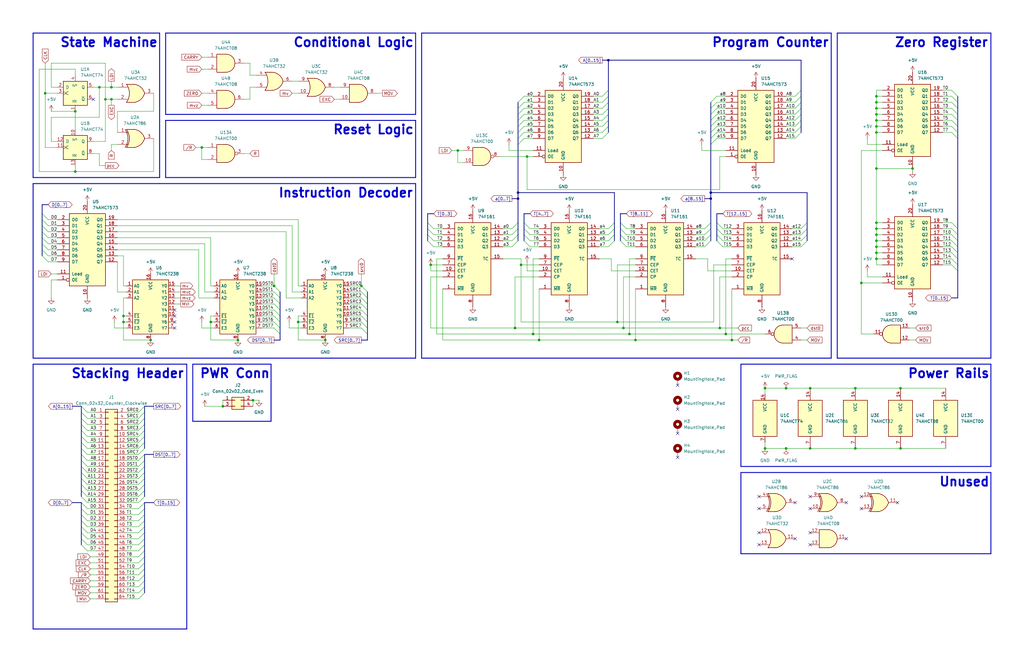
<source format=kicad_sch>
(kicad_sch (version 20250114) (generator "eeschema") (generator_version "9.0")
  (paper "B")
  (title_block (title "TTA8 Control Unit") (date "2025-03-03") (rev "0"))
  (text "Conditional Logic" (at 149.098 18.034 0) (effects (font (size 3.81 3.81) (bold yes))))
  (text "PWR Conn" (at 99.06 157.734 0) (effects (font (size 3.81 3.81) (bold yes))))
  (text "Unused" (at 406.654 203.454 0) (effects (font (size 3.81 3.81) (bold yes))))
  (text "Reset Logic" (at 157.48 54.864 0) (effects (font (size 3.81 3.81) (bold yes))))
  (text "State Machine" (at 45.974 18.034 0) (effects (font (size 3.81 3.81) (bold yes))))
  (text "Instruction Decoder" (at 145.796 81.534 0) (effects (font (size 3.81 3.81) (bold yes))))
  (text "Program Counter" (at 324.866 18.034 0) (effects (font (size 3.81 3.81) (bold yes))))
  (text "Stacking Header" (at 53.848 157.734 0) (effects (font (size 3.81 3.81) (bold yes))))
  (text "Power Rails" (at 400.05 157.734 0) (effects (font (size 3.81 3.81) (bold yes))))
  (text "Zero Register" (at 397.002 18.034 0) (effects (font (size 3.81 3.81) (bold yes))))
  (junction (at 218.44 83.82))
  (junction (at 31.75 72.39))
  (junction (at 369.57 96.52))
  (junction (at 52.07 133.35))
  (junction (at 267.97 143.51))
  (junction (at 379.73 163.83))
  (junction (at 46.99 41.91))
  (junction (at 222.25 66.04))
  (junction (at 218.44 81.28))
  (junction (at 322.58 163.83))
  (junction (at 369.57 50.8))
  (junction (at 369.57 109.22))
  (junction (at 219.71 111.76))
  (junction (at 31.75 46.99))
  (junction (at 303.53 138.43))
  (junction (at 360.68 163.83))
  (junction (at 52.07 135.89))
  (junction (at 63.5 143.51))
  (junction (at 369.57 53.34))
  (junction (at 227.33 143.51))
  (junction (at 369.57 40.64))
  (junction (at 369.57 93.98))
  (junction (at 369.57 104.14))
  (junction (at 152.4 120.65))
  (junction (at 46.99 36.83))
  (junction (at 369.57 45.72))
  (junction (at 256.54 25.4))
  (junction (at 85.09 62.23))
  (junction (at 384.81 71.12))
  (junction (at 193.04 63.5))
  (junction (at 115.57 120.65))
  (junction (at 44.45 41.91))
  (junction (at 260.35 135.89))
  (junction (at 265.43 140.97))
  (junction (at 322.58 189.23))
  (junction (at 369.57 55.88))
  (junction (at 224.79 140.97))
  (junction (at 100.33 143.51))
  (junction (at 369.57 43.18))
  (junction (at 341.63 189.23))
  (junction (at 19.05 39.37))
  (junction (at 299.72 83.82))
  (junction (at 369.57 106.68))
  (junction (at 137.16 143.51))
  (junction (at 369.57 101.6))
  (junction (at 181.61 111.76))
  (junction (at 341.63 163.83))
  (junction (at 299.72 81.28))
  (junction (at 125.73 135.89))
  (junction (at 88.9 135.89))
  (junction (at 217.17 138.43))
  (junction (at 306.07 140.97))
  (junction (at 379.73 189.23))
  (junction (at 363.22 119.38))
  (junction (at 262.89 138.43))
  (junction (at 369.57 48.26))
  (junction (at 308.61 143.51))
  (junction (at 331.47 189.23))
  (junction (at 369.57 99.06))
  (junction (at 106.68 168.91))
  (junction (at 369.57 71.12))
  (junction (at 360.68 189.23))
  (junction (at 93.98 171.45))
  (junction (at 331.47 163.83))
  (junction (at 41.91 36.83))
  (no_connect (at 363.22 214.63))
  (no_connect (at 73.66 133.35))
  (no_connect (at 334.01 109.22))
  (no_connect (at 320.04 209.55))
  (no_connect (at 320.04 229.87))
  (no_connect (at 39.37 41.91))
  (no_connect (at 285.75 193.04))
  (no_connect (at 341.63 214.63))
  (no_connect (at 356.87 212.09))
  (no_connect (at 285.75 182.88))
  (no_connect (at 378.46 212.09))
  (no_connect (at 320.04 214.63))
  (no_connect (at 285.75 172.72))
  (no_connect (at 356.87 227.33))
  (no_connect (at 73.66 135.89))
  (no_connect (at 341.63 229.87))
  (no_connect (at 341.63 209.55))
  (no_connect (at 341.63 224.79))
  (no_connect (at 335.28 227.33))
  (no_connect (at 285.75 162.56))
  (no_connect (at 73.66 130.81))
  (no_connect (at 73.66 138.43))
  (no_connect (at 320.04 224.79))
  (no_connect (at 363.22 209.55))
  (no_connect (at 335.28 212.09))
  (bus_entry (at 152.4 125.73) (size 2.54 2.54))
  (bus_entry (at 36.83 227.33) (size -2.54 -2.54))
  (bus_entry (at 115.57 128.27) (size 2.54 2.54))
  (bus_entry (at 36.83 196.85) (size -2.54 -2.54))
  (bus_entry (at 254 40.64) (size 2.54 -2.54))
  (bus_entry (at 304.8 104.14) (size -2.54 -2.54))
  (bus_entry (at 180.34 99.06) (size 2.54 2.54))
  (bus_entry (at 254 58.42) (size 2.54 -2.54))
  (bus_entry (at 17.78 105.41) (size 2.54 2.54))
  (bus_entry (at 36.83 199.39) (size -2.54 -2.54))
  (bus_entry (at 335.28 43.18) (size 2.54 -2.54))
  (bus_entry (at 58.42 199.39) (size 2.54 -2.54))
  (bus_entry (at 220.98 40.64) (size -2.54 2.54))
  (bus_entry (at 58.42 179.07) (size 2.54 -2.54))
  (bus_entry (at 17.78 92.71) (size 2.54 2.54))
  (bus_entry (at 36.83 184.15) (size -2.54 -2.54))
  (bus_entry (at 220.98 48.26) (size -2.54 2.54))
  (bus_entry (at 58.42 245.11) (size 2.54 -2.54))
  (bus_entry (at 58.42 240.03) (size 2.54 -2.54))
  (bus_entry (at 302.26 48.26) (size -2.54 2.54))
  (bus_entry (at 17.78 107.95) (size 2.54 2.54))
  (bus_entry (at 302.26 40.64) (size -2.54 2.54))
  (bus_entry (at 58.42 196.85) (size 2.54 -2.54))
  (bus_entry (at 401.32 106.68) (size 2.54 2.54))
  (bus_entry (at 302.26 53.34) (size -2.54 2.54))
  (bus_entry (at 401.32 109.22) (size 2.54 2.54))
  (bus_entry (at 36.83 224.79) (size -2.54 -2.54))
  (bus_entry (at 254 43.18) (size 2.54 -2.54))
  (bus_entry (at 215.9 99.06) (size 2.54 -2.54))
  (bus_entry (at 264.16 96.52) (size -2.54 -2.54))
  (bus_entry (at 254 45.72) (size 2.54 -2.54))
  (bus_entry (at 36.83 232.41) (size -2.54 -2.54))
  (bus_entry (at 401.32 43.18) (size 2.54 2.54))
  (bus_entry (at 36.83 217.17) (size -2.54 -2.54))
  (bus_entry (at 58.42 194.31) (size 2.54 -2.54))
  (bus_entry (at 335.28 53.34) (size 2.54 -2.54))
  (bus_entry (at 215.9 96.52) (size 2.54 -2.54))
  (bus_entry (at 215.9 101.6) (size 2.54 -2.54))
  (bus_entry (at 335.28 40.64) (size 2.54 -2.54))
  (bus_entry (at 401.32 93.98) (size 2.54 2.54))
  (bus_entry (at 401.32 53.34) (size 2.54 2.54))
  (bus_entry (at 36.83 189.23) (size -2.54 -2.54))
  (bus_entry (at 58.42 184.15) (size 2.54 -2.54))
  (bus_entry (at 401.32 40.64) (size 2.54 2.54))
  (bus_entry (at 304.8 99.06) (size -2.54 -2.54))
  (bus_entry (at 58.42 191.77) (size 2.54 -2.54))
  (bus_entry (at 58.42 189.23) (size 2.54 -2.54))
  (bus_entry (at 58.42 219.71) (size 2.54 -2.54))
  (bus_entry (at 302.26 50.8) (size -2.54 2.54))
  (bus_entry (at 36.83 214.63) (size -2.54 -2.54))
  (bus_entry (at 115.57 135.89) (size 2.54 2.54))
  (bus_entry (at 36.83 204.47) (size -2.54 -2.54))
  (bus_entry (at 304.8 101.6) (size -2.54 -2.54))
  (bus_entry (at 401.32 99.06) (size 2.54 2.54))
  (bus_entry (at 337.82 99.06) (size 2.54 -2.54))
  (bus_entry (at 115.57 130.81) (size 2.54 2.54))
  (bus_entry (at 401.32 104.14) (size 2.54 2.54))
  (bus_entry (at 58.42 250.19) (size 2.54 -2.54))
  (bus_entry (at 36.83 209.55) (size -2.54 -2.54))
  (bus_entry (at 36.83 212.09) (size -2.54 -2.54))
  (bus_entry (at 304.8 96.52) (size -2.54 -2.54))
  (bus_entry (at 254 55.88) (size 2.54 -2.54))
  (bus_entry (at 58.42 237.49) (size 2.54 -2.54))
  (bus_entry (at 337.82 101.6) (size 2.54 -2.54))
  (bus_entry (at 115.57 120.65) (size 2.54 2.54))
  (bus_entry (at 297.18 101.6) (size 2.54 -2.54))
  (bus_entry (at 335.28 50.8) (size 2.54 -2.54))
  (bus_entry (at 115.57 123.19) (size 2.54 2.54))
  (bus_entry (at 58.42 173.99) (size 2.54 -2.54))
  (bus_entry (at 335.28 58.42) (size 2.54 -2.54))
  (bus_entry (at 58.42 217.17) (size 2.54 -2.54))
  (bus_entry (at 220.98 58.42) (size -2.54 2.54))
  (bus_entry (at 401.32 45.72) (size 2.54 2.54))
  (bus_entry (at 220.98 45.72) (size -2.54 2.54))
  (bus_entry (at 264.16 99.06) (size -2.54 -2.54))
  (bus_entry (at 256.54 101.6) (size 2.54 -2.54))
  (bus_entry (at 302.26 45.72) (size -2.54 2.54))
  (bus_entry (at 335.28 48.26) (size 2.54 -2.54))
  (bus_entry (at 297.18 99.06) (size 2.54 -2.54))
  (bus_entry (at 215.9 104.14) (size 2.54 -2.54))
  (bus_entry (at 17.78 90.17) (size 2.54 2.54))
  (bus_entry (at 58.42 232.41) (size 2.54 -2.54))
  (bus_entry (at 58.42 176.53) (size 2.54 -2.54))
  (bus_entry (at 401.32 101.6) (size 2.54 2.54))
  (bus_entry (at 36.83 219.71) (size -2.54 -2.54))
  (bus_entry (at 401.32 55.88) (size 2.54 2.54))
  (bus_entry (at 58.42 212.09) (size 2.54 -2.54))
  (bus_entry (at 302.26 43.18) (size -2.54 2.54))
  (bus_entry (at 337.82 104.14) (size 2.54 -2.54))
  (bus_entry (at 58.42 201.93) (size 2.54 -2.54))
  (bus_entry (at 17.78 102.87) (size 2.54 2.54))
  (bus_entry (at 58.42 242.57) (size 2.54 -2.54))
  (bus_entry (at 152.4 130.81) (size 2.54 2.54))
  (bus_entry (at 36.83 179.07) (size -2.54 -2.54))
  (bus_entry (at 17.78 95.25) (size 2.54 2.54))
  (bus_entry (at 115.57 125.73) (size 2.54 2.54))
  (bus_entry (at 152.4 123.19) (size 2.54 2.54))
  (bus_entry (at 17.78 97.79) (size 2.54 2.54))
  (bus_entry (at 58.42 186.69) (size 2.54 -2.54))
  (bus_entry (at 152.4 133.35) (size 2.54 2.54))
  (bus_entry (at 264.16 101.6) (size -2.54 -2.54))
  (bus_entry (at 36.83 229.87) (size -2.54 -2.54))
  (bus_entry (at 401.32 50.8) (size 2.54 2.54))
  (bus_entry (at 254 53.34) (size 2.54 -2.54))
  (bus_entry (at 223.52 99.06) (size -2.54 -2.54))
  (bus_entry (at 58.42 227.33) (size 2.54 -2.54))
  (bus_entry (at 220.98 43.18) (size -2.54 2.54))
  (bus_entry (at 36.83 181.61) (size -2.54 -2.54))
  (bus_entry (at 254 50.8) (size 2.54 -2.54))
  (bus_entry (at 58.42 252.73) (size 2.54 -2.54))
  (bus_entry (at 302.26 58.42) (size -2.54 2.54))
  (bus_entry (at 115.57 133.35) (size 2.54 2.54))
  (bus_entry (at 58.42 204.47) (size 2.54 -2.54))
  (bus_entry (at 401.32 111.76) (size 2.54 2.54))
  (bus_entry (at 36.83 176.53) (size -2.54 -2.54))
  (bus_entry (at 58.42 224.79) (size 2.54 -2.54))
  (bus_entry (at 335.28 45.72) (size 2.54 -2.54))
  (bus_entry (at 36.83 194.31) (size -2.54 -2.54))
  (bus_entry (at 401.32 48.26) (size 2.54 2.54))
  (bus_entry (at 152.4 135.89) (size 2.54 2.54))
  (bus_entry (at 180.34 101.6) (size 2.54 2.54))
  (bus_entry (at 36.83 186.69) (size -2.54 -2.54))
  (bus_entry (at 152.4 128.27) (size 2.54 2.54))
  (bus_entry (at 254 48.26) (size 2.54 -2.54))
  (bus_entry (at 220.98 50.8) (size -2.54 2.54))
  (bus_entry (at 36.83 207.01) (size -2.54 -2.54))
  (bus_entry (at 264.16 104.14) (size -2.54 -2.54))
  (bus_entry (at 256.54 96.52) (size 2.54 -2.54))
  (bus_entry (at 36.83 201.93) (size -2.54 -2.54))
  (bus_entry (at 220.98 55.88) (size -2.54 2.54))
  (bus_entry (at 58.42 207.01) (size 2.54 -2.54))
  (bus_entry (at 302.26 55.88) (size -2.54 2.54))
  (bus_entry (at 256.54 99.06) (size 2.54 -2.54))
  (bus_entry (at 58.42 247.65) (size 2.54 -2.54))
  (bus_entry (at 36.83 173.99) (size -2.54 -2.54))
  (bus_entry (at 223.52 101.6) (size -2.54 -2.54))
  (bus_entry (at 58.42 181.61) (size 2.54 -2.54))
  (bus_entry (at 58.42 222.25) (size 2.54 -2.54))
  (bus_entry (at 180.34 96.52) (size 2.54 2.54))
  (bus_entry (at 36.83 191.77) (size -2.54 -2.54))
  (bus_entry (at 17.78 100.33) (size 2.54 2.54))
  (bus_entry (at 401.32 38.1) (size 2.54 2.54))
  (bus_entry (at 220.98 53.34) (size -2.54 2.54))
  (bus_entry (at 180.34 93.98) (size 2.54 2.54))
  (bus_entry (at 223.52 104.14) (size -2.54 -2.54))
  (bus_entry (at 58.42 229.87) (size 2.54 -2.54))
  (bus_entry (at 297.18 96.52) (size 2.54 -2.54))
  (bus_entry (at 223.52 96.52) (size -2.54 -2.54))
  (bus_entry (at 58.42 234.95) (size 2.54 -2.54))
  (bus_entry (at 256.54 104.14) (size 2.54 -2.54))
  (bus_entry (at 335.28 55.88) (size 2.54 -2.54))
  (bus_entry (at 58.42 209.55) (size 2.54 -2.54))
  (bus_entry (at 337.82 96.52) (size 2.54 -2.54))
  (bus_entry (at 297.18 104.14) (size 2.54 -2.54))
  (bus_entry (at 401.32 96.52) (size 2.54 2.54))
  (bus_entry (at 152.4 138.43) (size 2.54 2.54))
  (bus_entry (at 115.57 138.43) (size 2.54 2.54))
  (bus_entry (at 58.42 214.63) (size 2.54 -2.54))
  (bus_entry (at 152.4 120.65) (size 2.54 2.54))
  (bus_entry (at 36.83 222.25) (size -2.54 -2.54))
  (wire (pts (xy 53.34 196.85) (xy 58.42 196.85)))
  (wire (pts (xy 82.55 62.23) (xy 85.09 62.23)))
  (bus (pts (xy 256.54 40.64) (xy 256.54 43.18)))
  (wire (pts (xy 90.17 138.43) (xy 85.09 138.43)))
  (wire (pts (xy 214.63 60.96) (xy 214.63 63.5)))
  (wire (pts (xy 363.22 140.97) (xy 368.3 140.97)))
  (wire (pts (xy 308.61 109.22) (xy 306.07 109.22)))
  (wire (pts (xy 36.83 217.17) (xy 40.64 217.17)))
  (bus (pts (xy 34.29 227.33) (xy 34.29 224.79)))
  (bus (pts (xy 218.44 45.72) (xy 218.44 48.26)))
  (wire (pts (xy 52.07 135.89) (xy 52.07 143.51)))
  (bus (pts (xy 218.44 83.82) (xy 218.44 81.28)))
  (wire (pts (xy 21.59 115.57) (xy 24.13 115.57)))
  (wire (pts (xy 219.71 135.89) (xy 260.35 135.89)))
  (bus (pts (xy 60.96 245.11) (xy 60.96 242.57)))
  (bus (pts (xy 261.62 101.6) (xy 261.62 99.06)))
  (wire (pts (xy 36.83 184.15) (xy 40.64 184.15)))
  (wire (pts (xy 53.34 242.57) (xy 58.42 242.57)))
  (bus (pts (xy 118.11 140.97) (xy 118.11 143.51)))
  (wire (pts (xy 125.73 120.65) (xy 127 120.65)))
  (bus (pts (xy 299.72 93.98) (xy 299.72 96.52)))
  (wire (pts (xy 300.99 111.76) (xy 308.61 111.76)))
  (bus (pts (xy 218.44 96.52) (xy 218.44 93.98)))
  (bus (pts (xy 256.54 53.34) (xy 256.54 55.88)))
  (wire (pts (xy 369.57 109.22) (xy 372.11 109.22)))
  (bus (pts (xy 401.32 125.73) (xy 403.86 125.73)))
  (polyline (pts (xy 13.97 153.67) (xy 78.74 153.67)) (stroke (width 0.381)))
  (wire (pts (xy 331.47 45.72) (xy 335.28 45.72)))
  (wire (pts (xy 110.49 120.65) (xy 115.57 120.65)))
  (bus (pts (xy 302.26 96.52) (xy 302.26 93.98)))
  (polyline (pts (xy 175.26 77.47) (xy 175.26 151.13)) (stroke (width 0.381)))
  (bus (pts (xy 154.94 143.51) (xy 154.94 140.97)))
  (polyline (pts (xy 177.8 151.13) (xy 350.52 151.13)) (stroke (width 0.381)))
  (wire (pts (xy 24.13 62.23) (xy 19.05 62.23)))
  (bus (pts (xy 34.29 184.15) (xy 34.29 181.61)))
  (bus (pts (xy 17.78 95.25) (xy 17.78 97.79)))
  (wire (pts (xy 38.1 247.65) (xy 40.64 247.65)))
  (bus (pts (xy 340.36 81.28) (xy 340.36 93.98)))
  (wire (pts (xy 88.9 133.35) (xy 88.9 135.89)))
  (wire (pts (xy 302.26 40.64) (xy 306.07 40.64)))
  (wire (pts (xy 182.88 104.14) (xy 186.69 104.14)))
  (bus (pts (xy 34.29 201.93) (xy 34.29 199.39)))
  (wire (pts (xy 186.69 109.22) (xy 184.15 109.22)))
  (wire (pts (xy 293.37 99.06) (xy 297.18 99.06)))
  (wire (pts (xy 49.53 105.41) (xy 83.82 105.41)))
  (wire (pts (xy 334.01 101.6) (xy 337.82 101.6)))
  (wire (pts (xy 181.61 114.3) (xy 186.69 114.3)))
  (wire (pts (xy 36.83 199.39) (xy 40.64 199.39)))
  (wire (pts (xy 181.61 116.84) (xy 181.61 138.43)))
  (bus (pts (xy 403.86 111.76) (xy 403.86 114.3)))
  (wire (pts (xy 85.09 62.23) (xy 87.63 62.23)))
  (wire (pts (xy 222.25 114.3) (xy 227.33 114.3)))
  (wire (pts (xy 322.58 189.23) (xy 331.47 189.23)))
  (wire (pts (xy 304.8 104.14) (xy 308.61 104.14)))
  (wire (pts (xy 31.75 72.39) (xy 64.77 72.39)))
  (bus (pts (xy 180.34 93.98) (xy 180.34 90.17)))
  (wire (pts (xy 369.57 93.98) (xy 372.11 93.98)))
  (wire (pts (xy 31.75 31.75) (xy 31.75 29.21)))
  (wire (pts (xy 397.51 99.06) (xy 401.32 99.06)))
  (wire (pts (xy 372.11 38.1) (xy 369.57 38.1)))
  (wire (pts (xy 222.25 110.49) (xy 222.25 114.3)))
  (wire (pts (xy 181.61 138.43) (xy 217.17 138.43)))
  (wire (pts (xy 123.19 34.29) (xy 125.73 34.29)))
  (bus (pts (xy 118.11 138.43) (xy 118.11 140.97)))
  (wire (pts (xy 322.58 163.83) (xy 322.58 166.37)))
  (bus (pts (xy 180.34 99.06) (xy 180.34 96.52)))
  (wire (pts (xy 260.35 135.89) (xy 260.35 111.76)))
  (polyline (pts (xy 13.97 77.47) (xy 67.31 77.47)) (stroke (width 0.381)))
  (wire (pts (xy 125.73 143.51) (xy 137.16 143.51)))
  (bus (pts (xy 403.86 58.42) (xy 403.86 96.52)))
  (wire (pts (xy 224.79 109.22) (xy 227.33 109.22)))
  (wire (pts (xy 52.07 125.73) (xy 52.07 133.35)))
  (wire (pts (xy 369.57 99.06) (xy 369.57 101.6)))
  (polyline (pts (xy 114.3 177.8) (xy 114.3 153.67)) (stroke (width 0.381) (type solid)))
  (bus (pts (xy 17.78 90.17) (xy 17.78 92.71)))
  (wire (pts (xy 397.51 45.72) (xy 401.32 45.72)))
  (wire (pts (xy 252.73 109.22) (xy 257.81 109.22)))
  (polyline (pts (xy 114.3 153.67) (xy 81.28 153.67)) (stroke (width 0.381) (type solid)))
  (wire (pts (xy 186.69 143.51) (xy 186.69 121.92)))
  (wire (pts (xy 369.57 45.72) (xy 372.11 45.72)))
  (wire (pts (xy 31.75 29.21) (xy 16.51 29.21)))
  (wire (pts (xy 369.57 93.98) (xy 369.57 96.52)))
  (bus (pts (xy 154.94 133.35) (xy 154.94 130.81)))
  (wire (pts (xy 369.57 38.1) (xy 369.57 40.64)))
  (wire (pts (xy 53.34 201.93) (xy 58.42 201.93)))
  (wire (pts (xy 64.77 46.99) (xy 49.53 46.99)))
  (bus (pts (xy 60.96 171.45) (xy 64.77 171.45)))
  (wire (pts (xy 85.09 135.89) (xy 85.09 138.43)))
  (bus (pts (xy 118.11 130.81) (xy 118.11 133.35)))
  (bus (pts (xy 34.29 179.07) (xy 34.29 176.53)))
  (bus (pts (xy 17.78 97.79) (xy 17.78 100.33)))
  (wire (pts (xy 224.79 140.97) (xy 224.79 109.22)))
  (wire (pts (xy 222.25 80.01) (xy 303.53 80.01)))
  (bus (pts (xy 299.72 58.42) (xy 299.72 60.96)))
  (wire (pts (xy 105.41 31.75) (xy 105.41 26.67)))
  (wire (pts (xy 21.59 49.53) (xy 21.59 59.69)))
  (wire (pts (xy 110.49 138.43) (xy 115.57 138.43)))
  (wire (pts (xy 337.82 143.51) (xy 340.36 143.51)))
  (bus (pts (xy 34.29 207.01) (xy 34.29 204.47)))
  (bus (pts (xy 403.86 55.88) (xy 403.86 58.42)))
  (bus (pts (xy 259.08 93.98) (xy 259.08 96.52)))
  (polyline (pts (xy 177.8 13.97) (xy 177.8 151.13)) (stroke (width 0.381)))
  (wire (pts (xy 302.26 50.8) (xy 306.07 50.8)))
  (wire (pts (xy 38.1 240.03) (xy 40.64 240.03)))
  (polyline (pts (xy 69.85 50.8) (xy 69.85 74.93)) (stroke (width 0.381)))
  (wire (pts (xy 397.51 53.34) (xy 401.32 53.34)))
  (bus (pts (xy 259.08 99.06) (xy 259.08 101.6)))
  (wire (pts (xy 88.9 100.33) (xy 88.9 120.65)))
  (bus (pts (xy 118.11 125.73) (xy 118.11 128.27)))
  (polyline (pts (xy 177.8 13.97) (xy 350.52 13.97)) (stroke (width 0.381)))
  (bus (pts (xy 34.29 189.23) (xy 34.29 186.69)))
  (wire (pts (xy 306.07 109.22) (xy 306.07 140.97)))
  (wire (pts (xy 220.98 43.18) (xy 224.79 43.18)))
  (wire (pts (xy 360.68 163.83) (xy 379.73 163.83)))
  (bus (pts (xy 34.29 214.63) (xy 34.29 212.09)))
  (wire (pts (xy 83.82 105.41) (xy 83.82 125.73)))
  (wire (pts (xy 264.16 96.52) (xy 267.97 96.52)))
  (wire (pts (xy 293.37 101.6) (xy 297.18 101.6)))
  (bus (pts (xy 220.98 96.52) (xy 220.98 93.98)))
  (wire (pts (xy 223.52 104.14) (xy 227.33 104.14)))
  (bus (pts (xy 154.94 128.27) (xy 154.94 125.73)))
  (bus (pts (xy 60.96 224.79) (xy 60.96 222.25)))
  (wire (pts (xy 64.77 58.42) (xy 64.77 72.39)))
  (bus (pts (xy 60.96 189.23) (xy 60.96 186.69)))
  (wire (pts (xy 397.51 50.8) (xy 401.32 50.8)))
  (wire (pts (xy 397.51 96.52) (xy 401.32 96.52)))
  (bus (pts (xy 254 25.4) (xy 256.54 25.4)))
  (wire (pts (xy 250.19 58.42) (xy 254 58.42)))
  (bus (pts (xy 261.62 93.98) (xy 261.62 90.17)))
  (wire (pts (xy 152.4 115.57) (xy 152.4 120.65)))
  (bus (pts (xy 60.96 234.95) (xy 60.96 232.41)))
  (wire (pts (xy 105.41 41.91) (xy 102.87 41.91)))
  (bus (pts (xy 60.96 232.41) (xy 60.96 229.87)))
  (bus (pts (xy 403.86 48.26) (xy 403.86 50.8)))
  (wire (pts (xy 44.45 59.69) (xy 44.45 41.91)))
  (wire (pts (xy 186.69 116.84) (xy 181.61 116.84)))
  (wire (pts (xy 53.34 135.89) (xy 52.07 135.89)))
  (wire (pts (xy 21.59 118.11) (xy 24.13 118.11)))
  (wire (pts (xy 214.63 63.5) (xy 224.79 63.5)))
  (bus (pts (xy 218.44 48.26) (xy 218.44 50.8)))
  (polyline (pts (xy 175.26 74.93) (xy 175.26 50.8)) (stroke (width 0.381)))
  (bus (pts (xy 118.11 128.27) (xy 118.11 130.81)))
  (wire (pts (xy 298.45 114.3) (xy 308.61 114.3)))
  (wire (pts (xy 369.57 50.8) (xy 372.11 50.8)))
  (bus (pts (xy 154.94 130.81) (xy 154.94 128.27)))
  (wire (pts (xy 308.61 121.92) (xy 308.61 143.51)))
  (wire (pts (xy 193.04 63.5) (xy 195.58 63.5)))
  (wire (pts (xy 369.57 96.52) (xy 372.11 96.52)))
  (wire (pts (xy 53.34 173.99) (xy 58.42 173.99)))
  (wire (pts (xy 36.83 227.33) (xy 40.64 227.33)))
  (wire (pts (xy 322.58 189.23) (xy 322.58 186.69)))
  (wire (pts (xy 53.34 204.47) (xy 58.42 204.47)))
  (wire (pts (xy 49.53 97.79) (xy 120.65 97.79)))
  (wire (pts (xy 252.73 96.52) (xy 256.54 96.52)))
  (wire (pts (xy 125.73 135.89) (xy 125.73 143.51)))
  (wire (pts (xy 147.32 135.89) (xy 152.4 135.89)))
  (bus (pts (xy 60.96 196.85) (xy 60.96 194.31)))
  (wire (pts (xy 369.57 48.26) (xy 369.57 50.8)))
  (bus (pts (xy 220.98 101.6) (xy 220.98 99.06)))
  (polyline (pts (xy 13.97 13.97) (xy 13.97 74.93)) (stroke (width 0.381)))
  (wire (pts (xy 38.1 237.49) (xy 40.64 237.49)))
  (wire (pts (xy 250.19 45.72) (xy 254 45.72)))
  (wire (pts (xy 105.41 31.75) (xy 107.95 31.75)))
  (polyline (pts (xy 417.83 13.97) (xy 417.83 151.13)) (stroke (width 0.381)))
  (wire (pts (xy 365.76 114.3) (xy 365.76 116.84)))
  (wire (pts (xy 106.68 168.91) (xy 109.22 168.91)))
  (wire (pts (xy 53.34 209.55) (xy 58.42 209.55)))
  (wire (pts (xy 223.52 99.06) (xy 227.33 99.06)))
  (wire (pts (xy 182.88 99.06) (xy 186.69 99.06)))
  (wire (pts (xy 308.61 143.51) (xy 311.15 143.51)))
  (wire (pts (xy 257.81 114.3) (xy 267.97 114.3)))
  (bus (pts (xy 299.72 55.88) (xy 299.72 58.42)))
  (bus (pts (xy 220.98 99.06) (xy 220.98 96.52)))
  (wire (pts (xy 267.97 143.51) (xy 308.61 143.51)))
  (wire (pts (xy 53.34 191.77) (xy 58.42 191.77)))
  (polyline (pts (xy 312.42 196.85) (xy 312.42 153.67)) (stroke (width 0.381)))
  (bus (pts (xy 154.94 140.97) (xy 154.94 138.43)))
  (bus (pts (xy 337.82 50.8) (xy 337.82 48.26)))
  (wire (pts (xy 31.75 69.85) (xy 31.75 72.39)))
  (wire (pts (xy 304.8 99.06) (xy 308.61 99.06)))
  (wire (pts (xy 217.17 138.43) (xy 262.89 138.43)))
  (wire (pts (xy 36.83 186.69) (xy 40.64 186.69)))
  (wire (pts (xy 295.91 63.5) (xy 306.07 63.5)))
  (wire (pts (xy 369.57 40.64) (xy 369.57 43.18)))
  (wire (pts (xy 219.71 111.76) (xy 227.33 111.76)))
  (bus (pts (xy 403.86 96.52) (xy 403.86 99.06)))
  (wire (pts (xy 220.98 40.64) (xy 224.79 40.64)))
  (bus (pts (xy 180.34 96.52) (xy 180.34 93.98)))
  (wire (pts (xy 193.04 63.5) (xy 193.04 68.58)))
  (bus (pts (xy 218.44 58.42) (xy 218.44 60.96)))
  (wire (pts (xy 53.34 250.19) (xy 58.42 250.19)))
  (bus (pts (xy 218.44 60.96) (xy 218.44 81.28)))
  (wire (pts (xy 220.98 58.42) (xy 224.79 58.42)))
  (wire (pts (xy 369.57 111.76) (xy 372.11 111.76)))
  (wire (pts (xy 369.57 96.52) (xy 369.57 99.06)))
  (wire (pts (xy 383.54 143.51) (xy 386.08 143.51)))
  (bus (pts (xy 34.29 176.53) (xy 34.29 173.99)))
  (wire (pts (xy 363.22 140.97) (xy 363.22 119.38)))
  (wire (pts (xy 262.89 138.43) (xy 262.89 116.84)))
  (wire (pts (xy 220.98 55.88) (xy 224.79 55.88)))
  (wire (pts (xy 85.09 67.31) (xy 85.09 62.23)))
  (wire (pts (xy 41.91 36.83) (xy 46.99 36.83)))
  (wire (pts (xy 303.53 80.01) (xy 303.53 66.04)))
  (wire (pts (xy 120.65 97.79) (xy 120.65 125.73)))
  (bus (pts (xy 60.96 191.77) (xy 64.77 191.77)))
  (wire (pts (xy 303.53 66.04) (xy 306.07 66.04)))
  (bus (pts (xy 261.62 99.06) (xy 261.62 96.52)))
  (bus (pts (xy 20.32 86.36) (xy 17.78 86.36)))
  (polyline (pts (xy 417.83 151.13) (xy 353.06 151.13)) (stroke (width 0.381)))
  (wire (pts (xy 267.97 143.51) (xy 267.97 121.92)))
  (wire (pts (xy 265.43 140.97) (xy 306.07 140.97)))
  (wire (pts (xy 379.73 163.83) (xy 398.78 163.83)))
  (wire (pts (xy 36.83 189.23) (xy 40.64 189.23)))
  (wire (pts (xy 341.63 163.83) (xy 360.68 163.83)))
  (wire (pts (xy 369.57 40.64) (xy 372.11 40.64)))
  (wire (pts (xy 220.98 48.26) (xy 224.79 48.26)))
  (bus (pts (xy 34.29 173.99) (xy 34.29 171.45)))
  (wire (pts (xy 39.37 64.77) (xy 41.91 64.77)))
  (bus (pts (xy 30.48 212.09) (xy 34.29 212.09)))
  (bus (pts (xy 17.78 92.71) (xy 17.78 95.25)))
  (bus (pts (xy 403.86 40.64) (xy 403.86 43.18)))
  (wire (pts (xy 36.83 229.87) (xy 40.64 229.87)))
  (wire (pts (xy 250.19 53.34) (xy 254 53.34)))
  (wire (pts (xy 300.99 135.89) (xy 300.99 111.76)))
  (bus (pts (xy 256.54 25.4) (xy 256.54 38.1)))
  (wire (pts (xy 219.71 111.76) (xy 219.71 135.89)))
  (polyline (pts (xy 67.31 74.93) (xy 67.31 13.97)) (stroke (width 0.381)))
  (wire (pts (xy 16.51 72.39) (xy 31.75 72.39)))
  (wire (pts (xy 331.47 163.83) (xy 341.63 163.83)))
  (polyline (pts (xy 353.06 13.97) (xy 417.83 13.97)) (stroke (width 0.381)))
  (bus (pts (xy 34.29 204.47) (xy 34.29 201.93)))
  (wire (pts (xy 41.91 69.85) (xy 44.45 69.85)))
  (polyline (pts (xy 417.83 233.68) (xy 312.42 233.68)) (stroke (width 0.381)))
  (bus (pts (xy 215.9 83.82) (xy 218.44 83.82)))
  (wire (pts (xy 369.57 101.6) (xy 372.11 101.6)))
  (bus (pts (xy 34.29 209.55) (xy 34.29 207.01)))
  (wire (pts (xy 53.34 194.31) (xy 58.42 194.31)))
  (bus (pts (xy 60.96 173.99) (xy 60.96 171.45)))
  (wire (pts (xy 331.47 55.88) (xy 335.28 55.88)))
  (wire (pts (xy 21.59 46.99) (xy 31.75 46.99)))
  (wire (pts (xy 250.19 40.64) (xy 254 40.64)))
  (bus (pts (xy 60.96 207.01) (xy 60.96 204.47)))
  (wire (pts (xy 147.32 138.43) (xy 152.4 138.43)))
  (bus (pts (xy 34.29 186.69) (xy 34.29 184.15)))
  (bus (pts (xy 218.44 55.88) (xy 218.44 58.42)))
  (wire (pts (xy 397.51 93.98) (xy 401.32 93.98)))
  (wire (pts (xy 53.34 217.17) (xy 58.42 217.17)))
  (wire (pts (xy 38.1 234.95) (xy 40.64 234.95)))
  (wire (pts (xy 36.83 209.55) (xy 40.64 209.55)))
  (polyline (pts (xy 81.28 153.67) (xy 81.28 177.8)) (stroke (width 0.381) (type solid)))
  (bus (pts (xy 259.08 81.28) (xy 259.08 93.98)))
  (wire (pts (xy 147.32 120.65) (xy 152.4 120.65)))
  (bus (pts (xy 34.29 191.77) (xy 34.29 189.23)))
  (wire (pts (xy 331.47 43.18) (xy 335.28 43.18)))
  (wire (pts (xy 369.57 53.34) (xy 369.57 55.88)))
  (wire (pts (xy 304.8 96.52) (xy 308.61 96.52)))
  (bus (pts (xy 60.96 247.65) (xy 60.96 245.11)))
  (wire (pts (xy 110.49 125.73) (xy 115.57 125.73)))
  (wire (pts (xy 222.25 66.04) (xy 224.79 66.04)))
  (wire (pts (xy 397.51 38.1) (xy 401.32 38.1)))
  (wire (pts (xy 19.05 39.37) (xy 24.13 39.37)))
  (bus (pts (xy 118.11 135.89) (xy 118.11 138.43)))
  (polyline (pts (xy 78.74 265.43) (xy 78.74 153.67)) (stroke (width 0.381)))
  (bus (pts (xy 60.96 181.61) (xy 60.96 179.07)))
  (wire (pts (xy 182.88 101.6) (xy 186.69 101.6)))
  (bus (pts (xy 218.44 101.6) (xy 218.44 99.06)))
  (bus (pts (xy 302.26 99.06) (xy 302.26 96.52)))
  (polyline (pts (xy 312.42 233.68) (xy 312.42 199.39)) (stroke (width 0.381)))
  (wire (pts (xy 52.07 107.95) (xy 52.07 120.65)))
  (bus (pts (xy 299.72 83.82) (xy 299.72 93.98)))
  (wire (pts (xy 220.98 45.72) (xy 224.79 45.72)))
  (wire (pts (xy 369.57 104.14) (xy 372.11 104.14)))
  (wire (pts (xy 102.87 64.77) (xy 105.41 64.77)))
  (wire (pts (xy 19.05 26.67) (xy 19.05 39.37)))
  (wire (pts (xy 53.34 227.33) (xy 58.42 227.33)))
  (wire (pts (xy 224.79 140.97) (xy 265.43 140.97)))
  (bus (pts (xy 403.86 53.34) (xy 403.86 55.88)))
  (wire (pts (xy 53.34 212.09) (xy 58.42 212.09)))
  (wire (pts (xy 372.11 63.5) (xy 363.22 63.5)))
  (bus (pts (xy 60.96 179.07) (xy 60.96 176.53)))
  (wire (pts (xy 49.53 123.19) (xy 53.34 123.19)))
  (wire (pts (xy 264.16 104.14) (xy 267.97 104.14)))
  (bus (pts (xy 302.26 93.98) (xy 302.26 90.17)))
  (wire (pts (xy 383.54 138.43) (xy 386.08 138.43)))
  (bus (pts (xy 218.44 93.98) (xy 218.44 83.82)))
  (wire (pts (xy 53.34 189.23) (xy 58.42 189.23)))
  (bus (pts (xy 17.78 100.33) (xy 17.78 102.87)))
  (bus (pts (xy 403.86 101.6) (xy 403.86 104.14)))
  (wire (pts (xy 369.57 53.34) (xy 372.11 53.34)))
  (wire (pts (xy 265.43 109.22) (xy 267.97 109.22)))
  (bus (pts (xy 17.78 105.41) (xy 17.78 107.95)))
  (wire (pts (xy 73.66 120.65) (xy 76.2 120.65)))
  (wire (pts (xy 105.41 26.67) (xy 102.87 26.67)))
  (wire (pts (xy 397.51 55.88) (xy 401.32 55.88)))
  (wire (pts (xy 46.99 36.83) (xy 49.53 36.83)))
  (bus (pts (xy 403.86 109.22) (xy 403.86 111.76)))
  (wire (pts (xy 38.1 245.11) (xy 40.64 245.11)))
  (wire (pts (xy 106.68 168.91) (xy 106.68 171.45)))
  (wire (pts (xy 46.99 34.29) (xy 46.99 36.83)))
  (wire (pts (xy 181.61 111.76) (xy 181.61 114.3)))
  (wire (pts (xy 53.34 224.79) (xy 58.42 224.79)))
  (wire (pts (xy 302.26 45.72) (xy 306.07 45.72)))
  (bus (pts (xy 218.44 53.34) (xy 218.44 55.88)))
  (wire (pts (xy 88.9 120.65) (xy 90.17 120.65)))
  (bus (pts (xy 337.82 40.64) (xy 337.82 38.1)))
  (wire (pts (xy 369.57 45.72) (xy 369.57 48.26)))
  (bus (pts (xy 256.54 43.18) (xy 256.54 45.72)))
  (wire (pts (xy 53.34 222.25) (xy 58.42 222.25)))
  (wire (pts (xy 41.91 64.77) (xy 41.91 69.85)))
  (wire (pts (xy 121.92 138.43) (xy 121.92 135.89)))
  (wire (pts (xy 53.34 232.41) (xy 58.42 232.41)))
  (bus (pts (xy 60.96 204.47) (xy 60.96 201.93)))
  (wire (pts (xy 53.34 214.63) (xy 58.42 214.63)))
  (wire (pts (xy 334.01 96.52) (xy 337.82 96.52)))
  (wire (pts (xy 397.51 109.22) (xy 401.32 109.22)))
  (bus (pts (xy 299.72 53.34) (xy 299.72 55.88)))
  (wire (pts (xy 48.26 138.43) (xy 53.34 138.43)))
  (wire (pts (xy 36.83 179.07) (xy 40.64 179.07)))
  (bus (pts (xy 299.72 43.18) (xy 299.72 45.72)))
  (wire (pts (xy 107.95 36.83) (xy 105.41 36.83)))
  (wire (pts (xy 36.83 181.61) (xy 40.64 181.61)))
  (wire (pts (xy 264.16 99.06) (xy 267.97 99.06)))
  (polyline (pts (xy 417.83 153.67) (xy 417.83 196.85)) (stroke (width 0.381)))
  (wire (pts (xy 36.83 207.01) (xy 40.64 207.01)))
  (wire (pts (xy 257.81 109.22) (xy 257.81 114.3)))
  (wire (pts (xy 331.47 189.23) (xy 341.63 189.23)))
  (bus (pts (xy 34.29 196.85) (xy 34.29 194.31)))
  (wire (pts (xy 212.09 109.22) (xy 219.71 109.22)))
  (wire (pts (xy 322.58 163.83) (xy 331.47 163.83)))
  (polyline (pts (xy 175.26 48.26) (xy 175.26 13.97)) (stroke (width 0.381)))
  (wire (pts (xy 369.57 71.12) (xy 384.81 71.12)))
  (wire (pts (xy 110.49 135.89) (xy 115.57 135.89)))
  (wire (pts (xy 369.57 104.14) (xy 369.57 106.68)))
  (bus (pts (xy 60.96 242.57) (xy 60.96 240.03)))
  (wire (pts (xy 44.45 26.67) (xy 21.59 26.67)))
  (bus (pts (xy 60.96 184.15) (xy 60.96 181.61)))
  (wire (pts (xy 397.51 111.76) (xy 401.32 111.76)))
  (wire (pts (xy 190.5 63.5) (xy 193.04 63.5)))
  (wire (pts (xy 36.83 212.09) (xy 40.64 212.09)))
  (wire (pts (xy 334.01 99.06) (xy 337.82 99.06)))
  (wire (pts (xy 53.34 252.73) (xy 58.42 252.73)))
  (polyline (pts (xy 69.85 13.97) (xy 69.85 48.26)) (stroke (width 0.381)))
  (bus (pts (xy 60.96 176.53) (xy 60.96 173.99)))
  (wire (pts (xy 20.32 97.79) (xy 24.13 97.79)))
  (wire (pts (xy 186.69 111.76) (xy 181.61 111.76)))
  (bus (pts (xy 337.82 55.88) (xy 337.82 53.34)))
  (wire (pts (xy 293.37 109.22) (xy 298.45 109.22)))
  (wire (pts (xy 88.9 143.51) (xy 100.33 143.51)))
  (bus (pts (xy 261.62 96.52) (xy 261.62 93.98)))
  (wire (pts (xy 369.57 55.88) (xy 369.57 71.12)))
  (wire (pts (xy 53.34 181.61) (xy 58.42 181.61)))
  (bus (pts (xy 60.96 214.63) (xy 60.96 212.09)))
  (bus (pts (xy 34.29 199.39) (xy 34.29 196.85)))
  (bus (pts (xy 34.29 181.61) (xy 34.29 179.07)))
  (wire (pts (xy 193.04 68.58) (xy 195.58 68.58)))
  (bus (pts (xy 403.86 99.06) (xy 403.86 101.6)))
  (wire (pts (xy 217.17 138.43) (xy 217.17 116.84)))
  (wire (pts (xy 369.57 43.18) (xy 372.11 43.18)))
  (wire (pts (xy 16.51 29.21) (xy 16.51 72.39)))
  (wire (pts (xy 372.11 60.96) (xy 365.76 60.96)))
  (wire (pts (xy 369.57 106.68) (xy 369.57 109.22)))
  (polyline (pts (xy 353.06 13.97) (xy 353.06 151.13)) (stroke (width 0.381)))
  (wire (pts (xy 369.57 101.6) (xy 369.57 104.14)))
  (bus (pts (xy 299.72 96.52) (xy 299.72 99.06)))
  (bus (pts (xy 403.86 43.18) (xy 403.86 45.72)))
  (wire (pts (xy 123.19 95.25) (xy 123.19 123.19)))
  (wire (pts (xy 39.37 59.69) (xy 44.45 59.69)))
  (wire (pts (xy 220.98 50.8) (xy 224.79 50.8)))
  (bus (pts (xy 302.26 101.6) (xy 302.26 99.06)))
  (polyline (pts (xy 312.42 199.39) (xy 417.83 199.39)) (stroke (width 0.381)))
  (wire (pts (xy 212.09 104.14) (xy 215.9 104.14)))
  (bus (pts (xy 60.96 194.31) (xy 60.96 191.77)))
  (bus (pts (xy 220.98 93.98) (xy 220.98 90.17)))
  (wire (pts (xy 265.43 140.97) (xy 265.43 109.22)))
  (wire (pts (xy 120.65 125.73) (xy 127 125.73)))
  (wire (pts (xy 186.69 143.51) (xy 227.33 143.51)))
  (wire (pts (xy 250.19 55.88) (xy 254 55.88)))
  (bus (pts (xy 180.34 101.6) (xy 180.34 99.06)))
  (wire (pts (xy 36.83 201.93) (xy 40.64 201.93)))
  (wire (pts (xy 41.91 49.53) (xy 21.59 49.53)))
  (bus (pts (xy 60.96 219.71) (xy 60.96 217.17)))
  (bus (pts (xy 218.44 50.8) (xy 218.44 53.34)))
  (polyline (pts (xy 175.26 13.97) (xy 69.85 13.97)) (stroke (width 0.381)))
  (wire (pts (xy 260.35 135.89) (xy 300.99 135.89)))
  (bus (pts (xy 34.29 194.31) (xy 34.29 191.77)))
  (polyline (pts (xy 69.85 48.26) (xy 175.26 48.26)) (stroke (width 0.381)))
  (wire (pts (xy 90.17 133.35) (xy 88.9 133.35)))
  (wire (pts (xy 52.07 143.51) (xy 63.5 143.51)))
  (wire (pts (xy 252.73 104.14) (xy 256.54 104.14)))
  (wire (pts (xy 250.19 43.18) (xy 254 43.18)))
  (wire (pts (xy 53.34 184.15) (xy 58.42 184.15)))
  (wire (pts (xy 49.53 95.25) (xy 123.19 95.25)))
  (bus (pts (xy 261.62 90.17) (xy 264.16 90.17)))
  (wire (pts (xy 384.81 72.39) (xy 384.81 71.12)))
  (wire (pts (xy 337.82 138.43) (xy 340.36 138.43)))
  (wire (pts (xy 365.76 58.42) (xy 365.76 60.96)))
  (wire (pts (xy 369.57 43.18) (xy 369.57 45.72)))
  (wire (pts (xy 127 133.35) (xy 125.73 133.35)))
  (wire (pts (xy 86.36 102.87) (xy 86.36 123.19)))
  (wire (pts (xy 53.34 245.11) (xy 58.42 245.11)))
  (bus (pts (xy 34.29 222.25) (xy 34.29 219.71)))
  (wire (pts (xy 123.19 39.37) (xy 125.73 39.37)))
  (wire (pts (xy 147.32 133.35) (xy 152.4 133.35)))
  (wire (pts (xy 36.83 204.47) (xy 40.64 204.47)))
  (wire (pts (xy 36.83 222.25) (xy 40.64 222.25)))
  (wire (pts (xy 331.47 53.34) (xy 335.28 53.34)))
  (wire (pts (xy 53.34 199.39) (xy 58.42 199.39)))
  (bus (pts (xy 337.82 45.72) (xy 337.82 43.18)))
  (wire (pts (xy 36.83 224.79) (xy 40.64 224.79)))
  (polyline (pts (xy 350.52 151.13) (xy 350.52 13.97)) (stroke (width 0.381)))
  (bus (pts (xy 218.44 43.18) (xy 218.44 45.72)))
  (bus (pts (xy 17.78 102.87) (xy 17.78 105.41)))
  (wire (pts (xy 85.09 44.45) (xy 87.63 44.45)))
  (bus (pts (xy 60.96 209.55) (xy 60.96 207.01)))
  (wire (pts (xy 44.45 41.91) (xy 44.45 26.67)))
  (wire (pts (xy 252.73 101.6) (xy 256.54 101.6)))
  (wire (pts (xy 110.49 130.81) (xy 115.57 130.81)))
  (wire (pts (xy 222.25 66.04) (xy 222.25 80.01)))
  (wire (pts (xy 20.32 100.33) (xy 24.13 100.33)))
  (wire (pts (xy 140.97 36.83) (xy 143.51 36.83)))
  (bus (pts (xy 60.96 212.09) (xy 64.77 212.09)))
  (wire (pts (xy 36.83 194.31) (xy 40.64 194.31)))
  (wire (pts (xy 158.75 39.37) (xy 161.29 39.37)))
  (bus (pts (xy 118.11 123.19) (xy 118.11 125.73)))
  (bus (pts (xy 60.96 240.03) (xy 60.96 237.49)))
  (wire (pts (xy 360.68 189.23) (xy 379.73 189.23)))
  (bus (pts (xy 118.11 133.35) (xy 118.11 135.89)))
  (wire (pts (xy 36.83 176.53) (xy 40.64 176.53)))
  (wire (pts (xy 39.37 36.83) (xy 41.91 36.83)))
  (bus (pts (xy 154.94 125.73) (xy 154.94 123.19)))
  (bus (pts (xy 152.4 143.51) (xy 154.94 143.51)))
  (bus (pts (xy 299.72 81.28) (xy 340.36 81.28)))
  (wire (pts (xy 20.32 107.95) (xy 24.13 107.95)))
  (wire (pts (xy 19.05 62.23) (xy 19.05 39.37)))
  (wire (pts (xy 306.07 140.97) (xy 322.58 140.97)))
  (bus (pts (xy 297.18 83.82) (xy 299.72 83.82)))
  (wire (pts (xy 52.07 133.35) (xy 52.07 135.89)))
  (wire (pts (xy 223.52 96.52) (xy 227.33 96.52)))
  (wire (pts (xy 184.15 109.22) (xy 184.15 140.97)))
  (bus (pts (xy 299.72 60.96) (xy 299.72 81.28)))
  (wire (pts (xy 110.49 128.27) (xy 115.57 128.27)))
  (bus (pts (xy 154.94 135.89) (xy 154.94 133.35)))
  (polyline (pts (xy 13.97 77.47) (xy 13.97 151.13)) (stroke (width 0.381)))
  (wire (pts (xy 210.82 66.04) (xy 222.25 66.04)))
  (wire (pts (xy 302.26 48.26) (xy 306.07 48.26)))
  (wire (pts (xy 73.66 128.27) (xy 76.2 128.27)))
  (wire (pts (xy 86.36 123.19) (xy 90.17 123.19)))
  (bus (pts (xy 337.82 48.26) (xy 337.82 45.72)))
  (wire (pts (xy 53.34 176.53) (xy 58.42 176.53)))
  (wire (pts (xy 36.83 191.77) (xy 40.64 191.77)))
  (polyline (pts (xy 175.26 77.47) (xy 67.31 77.47)) (stroke (width 0.381)))
  (wire (pts (xy 369.57 50.8) (xy 369.57 53.34)))
  (wire (pts (xy 53.34 133.35) (xy 52.07 133.35)))
  (wire (pts (xy 217.17 116.84) (xy 227.33 116.84)))
  (wire (pts (xy 184.15 140.97) (xy 224.79 140.97)))
  (wire (pts (xy 397.51 40.64) (xy 401.32 40.64)))
  (wire (pts (xy 53.34 186.69) (xy 58.42 186.69)))
  (wire (pts (xy 53.34 247.65) (xy 58.42 247.65)))
  (wire (pts (xy 38.1 250.19) (xy 40.64 250.19)))
  (wire (pts (xy 397.51 106.68) (xy 401.32 106.68)))
  (wire (pts (xy 369.57 109.22) (xy 369.57 111.76)))
  (wire (pts (xy 36.83 232.41) (xy 40.64 232.41)))
  (wire (pts (xy 73.66 123.19) (xy 76.2 123.19)))
  (wire (pts (xy 64.77 39.37) (xy 64.77 46.99)))
  (bus (pts (xy 337.82 53.34) (xy 337.82 50.8)))
  (wire (pts (xy 331.47 50.8) (xy 335.28 50.8)))
  (bus (pts (xy 256.54 45.72) (xy 256.54 48.26)))
  (bus (pts (xy 259.08 96.52) (xy 259.08 99.06)))
  (wire (pts (xy 52.07 120.65) (xy 53.34 120.65)))
  (wire (pts (xy 46.99 41.91) (xy 49.53 41.91)))
  (wire (pts (xy 212.09 101.6) (xy 215.9 101.6)))
  (wire (pts (xy 331.47 48.26) (xy 335.28 48.26)))
  (bus (pts (xy 34.29 217.17) (xy 34.29 214.63)))
  (wire (pts (xy 379.73 189.23) (xy 398.78 189.23)))
  (wire (pts (xy 21.59 125.73) (xy 21.59 118.11)))
  (wire (pts (xy 88.9 135.89) (xy 88.9 143.51)))
  (bus (pts (xy 218.44 99.06) (xy 218.44 96.52)))
  (wire (pts (xy 331.47 58.42) (xy 335.28 58.42)))
  (wire (pts (xy 85.09 39.37) (xy 87.63 39.37)))
  (wire (pts (xy 20.32 105.41) (xy 24.13 105.41)))
  (bus (pts (xy 34.29 224.79) (xy 34.29 222.25)))
  (bus (pts (xy 403.86 45.72) (xy 403.86 48.26)))
  (wire (pts (xy 397.51 104.14) (xy 401.32 104.14)))
  (wire (pts (xy 20.32 102.87) (xy 24.13 102.87)))
  (wire (pts (xy 264.16 101.6) (xy 267.97 101.6)))
  (wire (pts (xy 397.51 101.6) (xy 401.32 101.6)))
  (bus (pts (xy 403.86 104.14) (xy 403.86 106.68)))
  (wire (pts (xy 250.19 48.26) (xy 254 48.26)))
  (bus (pts (xy 60.96 199.39) (xy 60.96 196.85)))
  (polyline (pts (xy 312.42 153.67) (xy 417.83 153.67)) (stroke (width 0.381)))
  (wire (pts (xy 302.26 55.88) (xy 306.07 55.88)))
  (bus (pts (xy 60.96 217.17) (xy 60.96 214.63)))
  (bus (pts (xy 299.72 81.28) (xy 299.72 83.82)))
  (wire (pts (xy 49.53 92.71) (xy 125.73 92.71)))
  (wire (pts (xy 110.49 133.35) (xy 115.57 133.35)))
  (wire (pts (xy 53.34 207.01) (xy 58.42 207.01)))
  (wire (pts (xy 48.26 135.89) (xy 48.26 138.43)))
  (wire (pts (xy 85.09 24.13) (xy 87.63 24.13)))
  (wire (pts (xy 223.52 101.6) (xy 227.33 101.6)))
  (bus (pts (xy 337.82 38.1) (xy 337.82 25.4)))
  (bus (pts (xy 403.86 106.68) (xy 403.86 109.22)))
  (wire (pts (xy 20.32 95.25) (xy 24.13 95.25)))
  (bus (pts (xy 256.54 38.1) (xy 256.54 40.64)))
  (bus (pts (xy 30.48 171.45) (xy 34.29 171.45)))
  (bus (pts (xy 154.94 138.43) (xy 154.94 135.89)))
  (wire (pts (xy 304.8 101.6) (xy 308.61 101.6)))
  (wire (pts (xy 140.97 41.91) (xy 143.51 41.91)))
  (wire (pts (xy 86.36 171.45) (xy 93.98 171.45)))
  (wire (pts (xy 53.34 219.71) (xy 58.42 219.71)))
  (polyline (pts (xy 13.97 153.67) (xy 13.97 265.43)) (stroke (width 0.381)))
  (wire (pts (xy 293.37 104.14) (xy 297.18 104.14)))
  (wire (pts (xy 303.53 138.43) (xy 311.15 138.43)))
  (polyline (pts (xy 13.97 74.93) (xy 67.31 74.93)) (stroke (width 0.381)))
  (polyline (pts (xy 81.28 177.8) (xy 114.3 177.8)) (stroke (width 0.381) (type solid)))
  (wire (pts (xy 363.22 63.5) (xy 363.22 119.38)))
  (wire (pts (xy 369.57 106.68) (xy 372.11 106.68)))
  (wire (pts (xy 372.11 119.38) (xy 363.22 119.38)))
  (wire (pts (xy 252.73 99.06) (xy 256.54 99.06)))
  (wire (pts (xy 302.26 43.18) (xy 306.07 43.18)))
  (wire (pts (xy 53.34 237.49) (xy 58.42 237.49)))
  (wire (pts (xy 262.89 116.84) (xy 267.97 116.84)))
  (wire (pts (xy 36.83 173.99) (xy 40.64 173.99)))
  (wire (pts (xy 295.91 60.96) (xy 295.91 63.5)))
  (wire (pts (xy 227.33 143.51) (xy 267.97 143.51)))
  (bus (pts (xy 60.96 250.19) (xy 60.96 247.65)))
  (wire (pts (xy 372.11 116.84) (xy 365.76 116.84)))
  (bus (pts (xy 60.96 201.93) (xy 60.96 199.39)))
  (wire (pts (xy 293.37 96.52) (xy 297.18 96.52)))
  (wire (pts (xy 147.32 123.19) (xy 152.4 123.19)))
  (wire (pts (xy 49.53 102.87) (xy 86.36 102.87)))
  (bus (pts (xy 60.96 186.69) (xy 60.96 184.15)))
  (bus (pts (xy 34.29 229.87) (xy 34.29 227.33)))
  (wire (pts (xy 147.32 128.27) (xy 152.4 128.27)))
  (wire (pts (xy 21.59 26.67) (xy 21.59 36.83)))
  (polyline (pts (xy 13.97 13.97) (xy 67.31 13.97)) (stroke (width 0.381)))
  (wire (pts (xy 369.57 71.12) (xy 369.57 93.98)))
  (bus (pts (xy 34.29 219.71) (xy 34.29 217.17)))
  (polyline (pts (xy 417.83 199.39) (xy 417.83 233.68)) (stroke (width 0.381)))
  (bus (pts (xy 299.72 48.26) (xy 299.72 50.8)))
  (bus (pts (xy 340.36 93.98) (xy 340.36 96.52)))
  (wire (pts (xy 220.98 53.34) (xy 224.79 53.34)))
  (bus (pts (xy 403.86 50.8) (xy 403.86 53.34)))
  (wire (pts (xy 125.73 135.89) (xy 127 135.89)))
  (polyline (pts (xy 13.97 151.13) (xy 175.26 151.13)) (stroke (width 0.381)))
  (wire (pts (xy 53.34 179.07) (xy 58.42 179.07)))
  (wire (pts (xy 369.57 99.06) (xy 372.11 99.06)))
  (wire (pts (xy 20.32 110.49) (xy 24.13 110.49)))
  (wire (pts (xy 85.09 29.21) (xy 87.63 29.21)))
  (bus (pts (xy 337.82 25.4) (xy 256.54 25.4)))
  (wire (pts (xy 46.99 41.91) (xy 46.99 44.45)))
  (bus (pts (xy 218.44 81.28) (xy 259.08 81.28)))
  (wire (pts (xy 212.09 96.52) (xy 215.9 96.52)))
  (bus (pts (xy 337.82 43.18) (xy 337.82 40.64)))
  (wire (pts (xy 227.33 143.51) (xy 227.33 121.92)))
  (wire (pts (xy 83.82 125.73) (xy 90.17 125.73)))
  (polyline (pts (xy 13.97 265.43) (xy 78.74 265.43)) (stroke (width 0.381)))
  (polyline (pts (xy 417.83 196.85) (xy 312.42 196.85)) (stroke (width 0.381)))
  (wire (pts (xy 219.71 109.22) (xy 219.71 111.76)))
  (wire (pts (xy 53.34 240.03) (xy 58.42 240.03)))
  (wire (pts (xy 147.32 130.81) (xy 152.4 130.81)))
  (wire (pts (xy 46.99 63.5) (xy 46.99 60.96)))
  (wire (pts (xy 147.32 125.73) (xy 152.4 125.73)))
  (wire (pts (xy 369.57 48.26) (xy 372.11 48.26)))
  (wire (pts (xy 49.53 107.95) (xy 52.07 107.95)))
  (wire (pts (xy 341.63 189.23) (xy 360.68 189.23)))
  (bus (pts (xy 60.96 237.49) (xy 60.96 234.95)))
  (wire (pts (xy 53.34 234.95) (xy 58.42 234.95)))
  (bus (pts (xy 60.96 222.25) (xy 60.96 219.71)))
  (wire (pts (xy 38.1 252.73) (xy 40.64 252.73)))
  (wire (pts (xy 125.73 92.71) (xy 125.73 120.65)))
  (wire (pts (xy 53.34 229.87) (xy 58.42 229.87)))
  (wire (pts (xy 73.66 125.73) (xy 76.2 125.73)))
  (wire (pts (xy 182.88 96.52) (xy 186.69 96.52)))
  (wire (pts (xy 20.32 92.71) (xy 24.13 92.71)))
  (bus (pts (xy 256.54 48.26) (xy 256.54 50.8)))
  (wire (pts (xy 87.63 67.31) (xy 85.09 67.31)))
  (wire (pts (xy 36.83 196.85) (xy 40.64 196.85)))
  (bus (pts (xy 340.36 96.52) (xy 340.36 99.06)))
  (bus (pts (xy 180.34 90.17) (xy 182.88 90.17)))
  (wire (pts (xy 38.1 242.57) (xy 40.64 242.57)))
  (bus (pts (xy 17.78 86.36) (xy 17.78 90.17)))
  (wire (pts (xy 36.83 214.63) (xy 40.64 214.63)))
  (wire (pts (xy 36.83 219.71) (xy 40.64 219.71)))
  (wire (pts (xy 397.51 48.26) (xy 401.32 48.26)))
  (bus (pts (xy 60.96 229.87) (xy 60.96 227.33)))
  (wire (pts (xy 46.99 60.96) (xy 49.53 60.96)))
  (wire (pts (xy 49.53 100.33) (xy 88.9 100.33)))
  (wire (pts (xy 49.53 46.99) (xy 49.53 55.88)))
  (wire (pts (xy 53.34 125.73) (xy 52.07 125.73)))
  (bus (pts (xy 299.72 99.06) (xy 299.72 101.6)))
  (wire (pts (xy 123.19 123.19) (xy 127 123.19)))
  (wire (pts (xy 302.26 53.34) (xy 306.07 53.34)))
  (wire (pts (xy 115.57 115.57) (xy 115.57 120.65)))
  (wire (pts (xy 212.09 99.06) (xy 215.9 99.06)))
  (bus (pts (xy 60.96 227.33) (xy 60.96 224.79)))
  (bus (pts (xy 340.36 99.06) (xy 340.36 101.6)))
  (wire (pts (xy 44.45 41.91) (xy 46.99 41.91)))
  (polyline (pts (xy 69.85 50.8) (xy 175.26 50.8)) (stroke (width 0.381)))
  (wire (pts (xy 105.41 36.83) (xy 105.41 41.91)))
  (wire (pts (xy 110.49 123.19) (xy 115.57 123.19)))
  (wire (pts (xy 21.59 59.69) (xy 24.13 59.69)))
  (wire (pts (xy 397.51 43.18) (xy 401.32 43.18)))
  (wire (pts (xy 125.73 133.35) (xy 125.73 135.89)))
  (wire (pts (xy 41.91 36.83) (xy 41.91 49.53)))
  (wire (pts (xy 308.61 116.84) (xy 303.53 116.84)))
  (wire (pts (xy 298.45 109.22) (xy 298.45 114.3)))
  (wire (pts (xy 334.01 104.14) (xy 337.82 104.14)))
  (wire (pts (xy 21.59 36.83) (xy 24.13 36.83)))
  (bus (pts (xy 302.26 90.17) (xy 304.8 90.17)))
  (wire (pts (xy 49.53 110.49) (xy 49.53 123.19)))
  (wire (pts (xy 260.35 111.76) (xy 267.97 111.76)))
  (wire (pts (xy 88.9 135.89) (xy 90.17 135.89)))
  (wire (pts (xy 31.75 46.99) (xy 31.75 54.61)))
  (wire (pts (xy 93.98 168.91) (xy 93.98 171.45)))
  (wire (pts (xy 127 138.43) (xy 121.92 138.43)))
  (bus (pts (xy 115.57 143.51) (xy 118.11 143.51)))
  (wire (pts (xy 303.53 116.84) (xy 303.53 138.43)))
  (wire (pts (xy 262.89 138.43) (xy 303.53 138.43)))
  (polyline (pts (xy 69.85 74.93) (xy 175.26 74.93)) (stroke (width 0.381)))
  (wire (pts (xy 369.57 55.88) (xy 372.11 55.88)))
  (bus (pts (xy 403.86 114.3) (xy 403.86 125.73)))
  (bus (pts (xy 299.72 50.8) (xy 299.72 53.34)))
  (bus (pts (xy 299.72 45.72) (xy 299.72 48.26)))
  (wire (pts (xy 331.47 40.64) (xy 335.28 40.64)))
  (bus (pts (xy 220.98 90.17) (xy 223.52 90.17)))
  (wire (pts (xy 250.19 50.8) (xy 254 50.8)))
  (bus (pts (xy 256.54 50.8) (xy 256.54 53.34)))
  (wire (pts (xy 302.26 58.42) (xy 306.07 58.42)))
  (label "T5" (at 397.51 50.8 0))
  (label "A12" (at 40.64 204.47 180))
  (label "DST3" (at 110.49 128.27 0))
  (label "D0" (at 40.64 214.63 180))
  (label "SRC6" (at 53.34 189.23 0))
  (label "T7" (at 227.33 104.14 180))
  (label "A7" (at 250.19 58.42 0))
  (label "T1" (at 397.51 40.64 0))
  (label "A2" (at 40.64 179.07 180))
  (label "DST4" (at 110.49 130.81 0))
  (label "T9" (at 397.51 96.52 0))
  (label "T0" (at 397.51 38.1 0))
  (label "D4" (at 40.64 224.79 180))
  (label "a9" (at 293.37 99.06 0))
  (label "T9" (at 53.34 237.49 0))
  (label "D5" (at 24.13 105.41 180))
  (label "D1" (at 24.13 95.25 180))
  (label "A14" (at 40.64 209.55 180))
  (label "a7" (at 252.73 104.14 0))
  (label "T15" (at 53.34 252.73 0))
  (label "SRC3" (at 53.34 181.61 0))
  (label "DST7" (at 53.34 212.09 0))
  (label "DST2" (at 53.34 199.39 0))
  (label "SRC0" (at 147.32 120.65 0))
  (label "a15" (at 334.01 104.14 0))
  (label "T3" (at 53.34 222.25 0))
  (label "DST3" (at 53.34 201.93 0))
  (label "DST2" (at 110.49 125.73 0))
  (label "DST6" (at 110.49 135.89 0))
  (label "a14" (at 306.07 55.88 180))
  (label "SRC7" (at 147.32 138.43 0))
  (label "DST0" (at 110.49 120.65 0))
  (label "T2" (at 53.34 219.71 0))
  (label "T13" (at 53.34 247.65 0))
  (label "SRC5" (at 53.34 186.69 0))
  (label "DST1" (at 53.34 196.85 0))
  (label "a13" (at 334.01 99.06 0))
  (label "A0" (at 40.64 173.99 180))
  (label "T15" (at 308.61 104.14 180))
  (label "SRC1" (at 53.34 176.53 0))
  (label "D1" (at 40.64 217.17 180))
  (label "DST5" (at 110.49 133.35 0))
  (label "A15" (at 331.47 58.42 0))
  (label "T14" (at 53.34 250.19 0))
  (label "SRC6" (at 147.32 135.89 0))
  (label "D6" (at 24.13 107.95 180))
  (label "a0" (at 212.09 96.52 0))
  (label "T7" (at 397.51 55.88 0))
  (label "T11" (at 267.97 104.14 180))
  (label "T9" (at 267.97 99.06 180))
  (label "T14" (at 308.61 101.6 180))
  (label "T15" (at 397.51 111.76 0))
  (label "A14" (at 331.47 55.88 0))
  (label "T10" (at 397.51 99.06 0))
  (label "a5" (at 252.73 99.06 0))
  (label "DST7" (at 110.49 138.43 0))
  (label "T6" (at 227.33 101.6 180))
  (label "T3" (at 397.51 45.72 0))
  (label "T2" (at 186.69 101.6 180))
  (label "A9" (at 40.64 196.85 180))
  (label "a1" (at 212.09 99.06 0))
  (label "a11" (at 306.07 48.26 180))
  (label "a14" (at 334.01 101.6 0))
  (label "T13" (at 308.61 99.06 180))
  (label "D6" (at 40.64 229.87 180))
  (label "T0" (at 53.34 214.63 0))
  (label "D2" (at 40.64 219.71 180))
  (label "T1" (at 53.34 217.17 0))
  (label "a10" (at 293.37 101.6 0))
  (label "a13" (at 306.07 53.34 180))
  (label "A9" (at 331.47 43.18 0))
  (label "SRC2" (at 147.32 125.73 0))
  (label "A13" (at 331.47 53.34 0))
  (label "T10" (at 53.34 240.03 0))
  (label "a0" (at 224.79 40.64 180))
  (label "a9" (at 306.07 43.18 180))
  (label "T8" (at 267.97 96.52 180))
  (label "T12" (at 397.51 104.14 0))
  (label "T6" (at 53.34 229.87 0))
  (label "T3" (at 186.69 104.14 180))
  (label "D3" (at 24.13 100.33 180))
  (label "SRC3" (at 147.32 128.27 0))
  (label "a6" (at 224.79 55.88 180))
  (label "D5" (at 40.64 227.33 180))
  (label "A0" (at 250.19 40.64 0))
  (label "DST5" (at 53.34 207.01 0))
  (label "T11" (at 397.51 101.6 0))
  (label "A3" (at 40.64 181.61 180))
  (label "T2" (at 397.51 43.18 0))
  (label "a7" (at 224.79 58.42 180))
  (label "a3" (at 224.79 48.26 180))
  (label "a10" (at 306.07 45.72 180))
  (label "A2" (at 250.19 45.72 0))
  (label "a2" (at 224.79 45.72 180))
  (label "A6" (at 250.19 55.88 0))
  (label "a4" (at 252.73 96.52 0))
  (label "T4" (at 397.51 48.26 0))
  (label "a6" (at 252.73 101.6 0))
  (label "T1" (at 186.69 99.06 180))
  (label "DST0" (at 53.34 194.31 0))
  (label "a12" (at 306.07 50.8 180))
  (label "DST6" (at 53.34 209.55 0))
  (label "A8" (at 40.64 194.31 180))
  (label "SRC4" (at 53.34 184.15 0))
  (label "D0" (at 24.13 92.71 180))
  (label "A11" (at 331.47 48.26 0))
  (label "T7" (at 53.34 232.41 0))
  (label "SRC0" (at 53.34 173.99 0))
  (label "A7" (at 40.64 191.77 180))
  (label "SRC1" (at 147.32 123.19 0))
  (label "A5" (at 40.64 186.69 180))
  (label "SRC4" (at 147.32 130.81 0))
  (label "a3" (at 212.09 104.14 0))
  (label "T8" (at 397.51 93.98 0))
  (label "DST1" (at 110.49 123.19 0))
  (label "T13" (at 397.51 106.68 0))
  (label "A3" (at 250.19 48.26 0))
  (label "a5" (at 224.79 53.34 180))
  (label "SRC2" (at 53.34 179.07 0))
  (label "a2" (at 212.09 101.6 0))
  (label "A4" (at 40.64 184.15 180))
  (label "T8" (at 53.34 234.95 0))
  (label "T4" (at 53.34 224.79 0))
  (label "A5" (at 250.19 53.34 0))
  (label "SRC7" (at 53.34 191.77 0))
  (label "T12" (at 308.61 96.52 180))
  (label "A11" (at 40.64 201.93 180))
  (label "D3" (at 40.64 222.25 180))
  (label "SRC5" (at 147.32 133.35 0))
  (label "T10" (at 267.97 101.6 180))
  (label "A10" (at 331.47 45.72 0))
  (label "a4" (at 224.79 50.8 180))
  (label "D2" (at 24.13 97.79 180))
  (label "a8" (at 306.07 40.64 180))
  (label "D7" (at 24.13 110.49 180))
  (label "T6" (at 397.51 53.34 0))
  (label "A1" (at 250.19 43.18 0))
  (label "A13" (at 40.64 207.01 180))
  (label "T4" (at 227.33 96.52 180))
  (label "A15" (at 40.64 212.09 180))
  (label "T0" (at 186.69 96.52 180))
  (label "a12" (at 334.01 96.52 0))
  (label "DST4" (at 53.34 204.47 0))
  (label "A4" (at 250.19 50.8 0))
  (label "T5" (at 53.34 227.33 0))
  (label "a15" (at 306.07 58.42 180))
  (label "D4" (at 24.13 102.87 180))
  (label "A8" (at 331.47 40.64 0))
  (label "a8" (at 293.37 96.52 0))
  (label "a11" (at 293.37 104.14 0))
  (label "T14" (at 397.51 109.22 0))
  (label "A1" (at 40.64 176.53 180))
  (label "T5" (at 227.33 99.06 180))
  (label "D7" (at 40.64 232.41 180))
  (label "T11" (at 53.34 242.57 0))
  (label "A6" (at 40.64 189.23 180))
  (label "A12" (at 331.47 50.8 0))
  (label "A10" (at 40.64 199.39 180))
  (label "T12" (at 53.34 245.11 0))
  (label "a1" (at 224.79 43.18 180))
  (global_label "mvc" (shape input) (at 85.09 29.21 180) (property "Intersheetrefs" "${INTERSHEET_REFS}" (effects (hide yes))))
  (global_label "A[0..15]" (shape output) (at 254 25.4 180) (property "Intersheetrefs" "${INTERSHEET_REFS}" (effects (hide yes))))
  (global_label "CLK" (shape input) (at 19.05 26.67 90) (property "Intersheetrefs" "${INTERSHEET_REFS}" (effects (hide yes))))
  (global_label "A[0..15]" (shape output) (at 30.48 171.45 180) (property "Intersheetrefs" "${INTERSHEET_REFS}" (effects (hide yes))))
  (global_label "ZERO" (shape input) (at 85.09 39.37 180) (property "Intersheetrefs" "${INTERSHEET_REFS}" (effects (hide yes))))
  (global_label "LDI" (shape input) (at 21.59 115.57 180) (effects (font (thickness 0.1588))) (property "Intersheetrefs" "${INTERSHEET_REFS}" (effects (hide yes))))
  (global_label "R" (shape input) (at 105.41 64.77 0) (property "Intersheetrefs" "${INTERSHEET_REFS}" (effects (hide yes))))
  (global_label "dst0" (shape input) (at 340.36 138.43 0) (property "Intersheetrefs" "${INTERSHEET_REFS}" (effects (hide yes))))
  (global_label "LDI" (shape output) (at 46.99 34.29 90) (property "Intersheetrefs" "${INTERSHEET_REFS}" (effects (hide yes))))
  (global_label "ZERO" (shape input) (at 38.1 247.65 180) (property "Intersheetrefs" "${INTERSHEET_REFS}" (effects (hide yes))))
  (global_label "D[0..7]" (shape bidirectional) (at 30.48 212.09 180) (property "Intersheetrefs" "${INTERSHEET_REFS}" (effects (hide yes))))
  (global_label "SRC[0..7]" (shape output) (at 152.4 143.51 180) (property "Intersheetrefs" "${INTERSHEET_REFS}" (effects (hide yes))))
  (global_label "DST[0..7]" (shape output) (at 64.77 191.77 0) (property "Intersheetrefs" "${INTERSHEET_REFS}" (effects (hide yes))))
  (global_label "MVI" (shape input) (at 38.1 252.73 180) (property "Intersheetrefs" "${INTERSHEET_REFS}" (effects (hide yes))))
  (global_label "src0" (shape output) (at 152.4 115.57 90) (property "Intersheetrefs" "${INTERSHEET_REFS}" (effects (hide yes))))
  (global_label "a[8..15]" (shape output) (at 297.18 83.82 180) (property "Intersheetrefs" "${INTERSHEET_REFS}" (effects (hide yes))))
  (global_label "T[8..11]" (shape bidirectional) (at 264.16 90.17 0) (property "Intersheetrefs" "${INTERSHEET_REFS}" (effects (hide yes))))
  (global_label "T[12..15]" (shape bidirectional) (at 304.8 90.17 0) (property "Intersheetrefs" "${INTERSHEET_REFS}" (effects (hide yes))))
  (global_label "MOV" (shape input) (at 38.1 250.19 180) (property "Intersheetrefs" "${INTERSHEET_REFS}" (effects (hide yes))))
  (global_label "{slash}R" (shape input) (at 311.15 143.51 0) (property "Intersheetrefs" "${INTERSHEET_REFS}" (effects (hide yes))))
  (global_label "mvz" (shape output) (at 76.2 125.73 0) (property "Intersheetrefs" "${INTERSHEET_REFS}" (effects (hide yes))))
  (global_label "src0" (shape input) (at 386.08 138.43 0) (property "Intersheetrefs" "${INTERSHEET_REFS}" (effects (hide yes))))
  (global_label "DST[0..7]" (shape output) (at 115.57 143.51 180) (property "Intersheetrefs" "${INTERSHEET_REFS}" (effects (hide yes))))
  (global_label "CARRY" (shape input) (at 38.1 245.11 180) (property "Intersheetrefs" "${INTERSHEET_REFS}" (effects (hide yes))))
  (global_label "LDI" (shape input) (at 190.5 63.5 180) (property "Intersheetrefs" "${INTERSHEET_REFS}" (effects (hide yes))))
  (global_label "mv" (shape input) (at 123.19 39.37 180) (property "Intersheetrefs" "${INTERSHEET_REFS}" (effects (hide yes))))
  (global_label "{slash}R" (shape input) (at 82.55 62.23 180) (property "Intersheetrefs" "${INTERSHEET_REFS}" (effects (hide yes))))
  (global_label "T[0..15]" (shape bidirectional) (at 64.77 212.09 0) (property "Intersheetrefs" "${INTERSHEET_REFS}" (effects (hide yes))))
  (global_label "D[0..7]" (shape bidirectional) (at 20.32 86.36 0) (property "Intersheetrefs" "${INTERSHEET_REFS}" (effects (hide yes))))
  (global_label "MOV" (shape output) (at 161.29 39.37 0) (property "Intersheetrefs" "${INTERSHEET_REFS}" (effects (hide yes))))
  (global_label "MOV" (shape input) (at 386.08 143.51 0) (property "Intersheetrefs" "${INTERSHEET_REFS}" (effects (hide yes))))
  (global_label "{slash}R" (shape input) (at 38.1 242.57 180) (property "Intersheetrefs" "${INTERSHEET_REFS}" (effects (hide yes))))
  (global_label "dst0" (shape output) (at 115.57 115.57 90) (property "Intersheetrefs" "${INTERSHEET_REFS}" (effects (hide yes))))
  (global_label "mvc" (shape output) (at 76.2 123.19 0) (property "Intersheetrefs" "${INTERSHEET_REFS}" (effects (hide yes))))
  (global_label "T[0..15]" (shape bidirectional) (at 401.32 125.73 180) (property "Intersheetrefs" "${INTERSHEET_REFS}" (effects (hide yes))))
  (global_label "mv" (shape output) (at 76.2 120.65 0) (property "Intersheetrefs" "${INTERSHEET_REFS}" (effects (hide yes))))
  (global_label "R" (shape input) (at 46.99 63.5 270) (property "Intersheetrefs" "${INTERSHEET_REFS}" (effects (hide yes))))
  (global_label "a[0..7]" (shape output) (at 215.9 83.82 180) (property "Intersheetrefs" "${INTERSHEET_REFS}" (effects (hide yes))))
  (global_label "SRC[0..7]" (shape output) (at 64.77 171.45 0) (property "Intersheetrefs" "${INTERSHEET_REFS}" (effects (hide yes))))
  (global_label "MVI" (shape output) (at 76.2 128.27 0) (property "Intersheetrefs" "${INTERSHEET_REFS}" (effects (hide yes))))
  (global_label "T[4..7]" (shape bidirectional) (at 223.52 90.17 0) (property "Intersheetrefs" "${INTERSHEET_REFS}" (effects (hide yes))))
  (global_label "LDI" (shape input) (at 38.1 234.95 180) (property "Intersheetrefs" "${INTERSHEET_REFS}" (effects (hide yes))))
  (global_label "T[0..3]" (shape bidirectional) (at 182.88 90.17 0) (property "Intersheetrefs" "${INTERSHEET_REFS}" (effects (hide yes))))
  (global_label "pcc" (shape input) (at 311.15 138.43 0) (effects (font (thickness 0.1588))) (property "Intersheetrefs" "${INTERSHEET_REFS}" (effects (hide yes))))
  (global_label "EXC" (shape input) (at 38.1 237.49 180) (property "Intersheetrefs" "${INTERSHEET_REFS}" (effects (hide yes))))
  (global_label "CARRY" (shape input) (at 85.09 24.13 180) (property "Intersheetrefs" "${INTERSHEET_REFS}" (effects (hide yes))))
  (global_label "mvz" (shape input) (at 85.09 44.45 180) (property "Intersheetrefs" "${INTERSHEET_REFS}" (effects (hide yes))))
  (global_label "pcc" (shape output) (at 44.45 69.85 0) (effects (font (thickness 0.1588))) (property "Intersheetrefs" "${INTERSHEET_REFS}" (effects (hide yes))))
  (global_label "EXC" (shape output) (at 46.99 44.45 270) (property "Intersheetrefs" "${INTERSHEET_REFS}" (effects (hide yes))))
  (global_label "CLK" (shape input) (at 38.1 240.03 180) (property "Intersheetrefs" "${INTERSHEET_REFS}" (effects (hide yes))))
  (global_label "MOV" (shape input) (at 340.36 143.51 0) (property "Intersheetrefs" "${INTERSHEET_REFS}" (effects (hide yes))))
  (global_label "EXC" (shape input) (at 140.97 41.91 180) (property "Intersheetrefs" "${INTERSHEET_REFS}" (effects (hide yes))))
  (symbol (lib_id "power:+5V") (at 214.63 60.96 0) (unit 1)
    (property "Reference" "#PWR030" (effects (hide yes)))
    (property "Value" "+5V" (at 214.63 55.88 0))
    (property "Description" "Power symbol creates a global label with name \"+5V\"" (effects (hide yes)))
  )
  (symbol (lib_id "74xx:74LS573") (at 237.49 53.34 0) (unit 1)
    (property "Reference" "U14" (at 239.6333 33.02 0) (effects (justify left)))
    (property "Value" "74AHCT573" (at 239.6333 35.56 0) (effects (justify left)))
    (property "Footprint" "Package_DIP:DIP-20_W7.62mm" (effects (hide yes)))
    (property "Datasheet" "74xx/74hc573.pdf" (effects (hide yes)))
    (property "Description" "8-bit Latch 3-state outputs" (effects (hide yes)))
  )
  (symbol (lib_id "power:GND") (at 280.67 129.54 0) (unit 1)
    (property "Reference" "#PWR022" (effects (hide yes)))
    (property "Value" "GND" (at 280.67 134.62 0))
    (property "Description" "Power symbol creates a global label with name \"GND\" , ground" (effects (hide yes)))
  )
  (symbol (lib_id "power:+5V") (at 321.31 88.9 0) (unit 1)
    (property "Reference" "#PWR025" (effects (hide yes)))
    (property "Value" "+5V" (at 321.31 83.82 0))
    (property "Description" "Power symbol creates a global label with name \"+5V\"" (effects (hide yes)))
  )
  (symbol (lib_id "power:+5V") (at 237.49 33.02 0) (unit 1)
    (property "Reference" "#PWR026" (effects (hide yes)))
    (property "Value" "+5V" (at 237.49 27.94 0))
    (property "Description" "Power symbol creates a global label with name \"+5V\"" (effects (hide yes)))
  )
  (symbol (lib_id "power:GND") (at 199.39 129.54 0) (unit 1)
    (property "Reference" "#PWR017" (effects (hide yes)))
    (property "Value" "GND" (at 199.39 134.62 0))
    (property "Description" "Power symbol creates a global label with name \"GND\" , ground" (effects (hide yes)))
  )
  (symbol (lib_id "power:GND") (at 237.49 73.66 0) (unit 1)
    (property "Reference" "#PWR027" (effects (hide yes)))
    (property "Value" "GND" (at 237.49 78.74 0))
    (property "Description" "Power symbol creates a global label with name \"GND\" , ground" (effects (hide yes)))
  )
  (symbol (lib_id "power:GND") (at 321.31 129.54 0) (unit 1)
    (property "Reference" "#PWR023" (effects (hide yes)))
    (property "Value" "GND" (at 321.31 134.62 0))
    (property "Description" "Power symbol creates a global label with name \"GND\" , ground" (effects (hide yes)))
  )
  (symbol (lib_id "power:+5V") (at 100.33 115.57 0) (unit 1)
    (property "Reference" "#PWR011" (effects (hide yes)))
    (property "Value" "+5V" (at 100.33 110.49 0))
    (property "Description" "Power symbol creates a global label with name \"+5V\"" (effects (hide yes)))
  )
  (symbol (lib_id "74xx:74LS32") (at 57.15 39.37 0) (unit 1)
    (property "Reference" "U3" (at 57.15 30.48 0))
    (property "Value" "74AHCT32" (at 57.15 33.02 0))
    (property "Footprint" "Package_DIP:DIP-14_W7.62mm" (effects (hide yes)))
    (property "Datasheet" "http://www.ti.com/lit/gpn/sn74LS32" (effects (hide yes)))
    (property "Description" "Quad 2-input OR" (effects (hide yes)))
  )
  (symbol (lib_id "power:+5V") (at 295.91 60.96 0) (unit 1)
    (property "Reference" "#PWR031" (effects (hide yes)))
    (property "Value" "+5V" (at 295.91 55.88 0))
    (property "Description" "Power symbol creates a global label with name \"+5V\"" (effects (hide yes)))
  )
  (symbol (lib_id "74xx:74LS74") (at 31.75 62.23 0) (unit 2)
    (property "Reference" "U1" (at 33.8933 52.07 0) (effects (justify left)))
    (property "Value" "74AHCT74" (at 33.8933 54.61 0) (effects (justify left)))
    (property "Footprint" "Package_DIP:DIP-14_W7.62mm" (effects (hide yes)))
    (property "Datasheet" "74xx/74hc_hct74.pdf" (effects (hide yes)))
    (property "Description" "Dual D Flip-flop, Set & Reset" (effects (hide yes)))
  )
  (symbol (lib_id "74xx:74LS573") (at 36.83 105.41 0) (unit 1)
    (property "Reference" "U5" (at 38.9733 85.09 0) (effects (justify left)))
    (property "Value" "74AHCT573" (at 38.9733 87.63 0) (effects (justify left)))
    (property "Footprint" "Package_DIP:DIP-20_W7.62mm" (effects (hide yes)))
    (property "Datasheet" "74xx/74hc573.pdf" (effects (hide yes)))
    (property "Description" "8-bit Latch 3-state outputs" (effects (hide yes)))
  )
  (symbol (lib_id "74xx:74LS161") (at 199.39 109.22 0) (unit 1)
    (property "Reference" "U9" (at 201.5333 88.9 0) (effects (justify left)))
    (property "Value" "74F161" (at 201.5333 91.44 0) (effects (justify left)))
    (property "Footprint" "Package_DIP:DIP-16_W7.62mm" (effects (hide yes)))
    (property "Datasheet" "http://www.ti.com/lit/gpn/sn74LS161" (effects (hide yes)))
    (property "Description" "Synchronous 4-bit programmable binary Counter" (effects (hide yes)))
  )
  (symbol (lib_id "power:GND") (at 322.58 189.23 0) (unit 1)
    (property "Reference" "#PWR02" (effects (hide yes)))
    (property "Value" "GND" (at 322.58 194.31 0))
    (property "Description" "Power symbol creates a global label with name \"GND\" , ground" (effects (hide yes)))
  )
  (symbol (lib_id "power:+5V") (at 86.36 171.45 0) (unit 1)
    (property "Reference" "#PWR038" (effects (hide yes)))
    (property "Value" "+5V" (at 86.36 166.37 0))
    (property "Description" "Power symbol creates a global label with name \"+5V\"" (effects (hide yes)))
  )
  (symbol (lib_id "power:+5V") (at 137.16 115.57 0) (unit 1)
    (property "Reference" "#PWR012" (effects (hide yes)))
    (property "Value" "+5V" (at 137.16 110.49 0))
    (property "Description" "Power symbol creates a global label with name \"+5V\"" (effects (hide yes)))
  )
  (symbol (lib_id "74xx:74LS32") (at 115.57 34.29 0) (unit 2)
    (property "Reference" "U3" (at 115.57 25.4 0))
    (property "Value" "74AHCT32" (at 115.57 27.94 0))
    (property "Footprint" "Package_DIP:DIP-14_W7.62mm" (effects (hide yes)))
    (property "Datasheet" "http://www.ti.com/lit/gpn/sn74LS32" (effects (hide yes)))
    (property "Description" "Quad 2-input OR" (effects (hide yes)))
  )
  (symbol (lib_id "74xx:74LS573") (at 384.81 106.68 0) (unit 1)
    (property "Reference" "U17" (at 386.9533 86.36 0) (effects (justify left)))
    (property "Value" "74AHCT573" (at 386.9533 88.9 0) (effects (justify left)))
    (property "Footprint" "Package_DIP:DIP-20_W7.62mm" (effects (hide yes)))
    (property "Datasheet" "74xx/74hc573.pdf" (effects (hide yes)))
    (property "Description" "8-bit Latch 3-state outputs" (effects (hide yes)))
  )
  (symbol (lib_id "74xx:74HCT238") (at 63.5 130.81 0) (unit 1)
    (property "Reference" "U6" (at 65.6433 113.03 0) (effects (justify left)))
    (property "Value" "74HCT238" (at 65.6433 115.57 0) (effects (justify left)))
    (property "Footprint" "Package_DIP:DIP-16_W7.62mm" (effects (hide yes)))
    (property "Datasheet" "https://www.ti.com/lit/ds/symlink/cd74hc238.pdf" (effects (hide yes)))
    (property "Description" "3-to-8 line decoder/multiplexer, DIP-16/SOIC-16/SSOP-16" (effects (hide yes)))
  )
  (symbol (lib_id "Mechanical:MountingHole_Pad") (at 285.75 180.34 0) (unit 1) (exclude_from_sim yes) (in_bom no)
    (property "Reference" "H3" (at 288.29 177.7999 0) (effects (justify left)))
    (property "Value" "MountingHole_Pad" (at 288.29 180.3399 0) (effects (justify left)))
    (property "Footprint" "MountingHole:MountingHole_3.2mm_M3_Pad" (effects (hide yes)))
    (property "Description" "Mounting Hole with connection" (effects (hide yes)))
  )
  (symbol (lib_id "power:PWR_FLAG") (at 331.47 163.83 0) (unit 1)
    (property "Reference" "#FLG01" (effects (hide yes)))
    (property "Value" "PWR_FLAG" (at 331.47 158.75 0))
    (property "Description" "Special symbol for telling ERC where power comes from" (effects (hide yes)))
  )
  (symbol (lib_id "74xx:74LS08") (at 95.25 41.91 0) (unit 2)
    (property "Reference" "U4" (at 95.2417 33.02 0))
    (property "Value" "74AHCT08" (at 95.2417 35.56 0))
    (property "Footprint" "Package_DIP:DIP-14_W7.62mm" (effects (hide yes)))
    (property "Datasheet" "http://www.ti.com/lit/gpn/sn74LS08" (effects (hide yes)))
    (property "Description" "Quad And2" (effects (hide yes)))
  )
  (symbol (lib_id "power:+5V") (at 21.59 46.99 0) (unit 1)
    (property "Reference" "#PWR03" (effects (hide yes)))
    (property "Value" "+5V" (at 21.59 41.91 0))
    (property "Description" "Power symbol creates a global label with name \"+5V\"" (effects (hide yes)))
  )
  (symbol (lib_id "power:+5V") (at 63.5 115.57 0) (unit 1)
    (property "Reference" "#PWR08" (effects (hide yes)))
    (property "Value" "+5V" (at 63.5 110.49 0))
    (property "Description" "Power symbol creates a global label with name \"+5V\"" (effects (hide yes)))
  )
  (symbol (lib_id "power:+5V") (at 199.39 88.9 0) (unit 1)
    (property "Reference" "#PWR019" (effects (hide yes)))
    (property "Value" "+5V" (at 199.39 83.82 0))
    (property "Description" "Power symbol creates a global label with name \"+5V\"" (effects (hide yes)))
  )
  (symbol (lib_id "74xx:74HCT238") (at 137.16 130.81 0) (unit 1)
    (property "Reference" "U8" (at 139.3033 113.03 0) (effects (justify left)))
    (property "Value" "74HCT238" (at 139.3033 115.57 0) (effects (justify left)))
    (property "Footprint" "Package_DIP:DIP-16_W7.62mm" (effects (hide yes)))
    (property "Datasheet" "https://www.ti.com/lit/ds/symlink/cd74hc238.pdf" (effects (hide yes)))
    (property "Description" "3-to-8 line decoder/multiplexer, DIP-16/SOIC-16/SSOP-16" (effects (hide yes)))
  )
  (symbol (lib_id "Mechanical:MountingHole_Pad") (at 285.75 160.02 0) (unit 1) (exclude_from_sim yes) (in_bom no)
    (property "Reference" "H1" (at 288.29 157.4799 0) (effects (justify left)))
    (property "Value" "MountingHole_Pad" (at 288.29 160.0199 0) (effects (justify left)))
    (property "Footprint" "MountingHole:MountingHole_3.2mm_M3_Pad" (effects (hide yes)))
    (property "Description" "Mounting Hole with connection" (effects (hide yes)))
  )
  (symbol (lib_id "power:+5V") (at 85.09 135.89 0) (unit 1)
    (property "Reference" "#PWR015" (effects (hide yes)))
    (property "Value" "+5V" (at 85.09 130.81 0))
    (property "Description" "Power symbol creates a global label with name \"+5V\"" (effects (hide yes)))
  )
  (symbol (lib_id "power:+5V") (at 318.77 33.02 0) (unit 1)
    (property "Reference" "#PWR028" (effects (hide yes)))
    (property "Value" "+5V" (at 318.77 27.94 0))
    (property "Description" "Power symbol creates a global label with name \"+5V\"" (effects (hide yes)))
  )
  (symbol (lib_id "power:+5V") (at 365.76 114.3 0) (unit 1)
    (property "Reference" "#PWR037" (effects (hide yes)))
    (property "Value" "+5V" (at 365.76 109.22 0))
    (property "Description" "Power symbol creates a global label with name \"+5V\"" (effects (hide yes)))
  )
  (symbol (lib_id "power:+5V") (at 240.03 88.9 0) (unit 1)
    (property "Reference" "#PWR020" (effects (hide yes)))
    (property "Value" "+5V" (at 240.03 83.82 0))
    (property "Description" "Power symbol creates a global label with name \"+5V\"" (effects (hide yes)))
  )
  (symbol (lib_id "74xx:74LS00") (at 375.92 140.97 180) (unit 4)
    (property "Reference" "U13" (at 375.92 132.588 0))
    (property "Value" "74AHCT00" (at 375.92 135.128 0))
    (property "Footprint" "Package_DIP:DIP-14_W7.62mm" (effects (hide yes)))
    (property "Datasheet" "http://www.ti.com/lit/gpn/sn74ls00" (effects (hide yes)))
    (property "Description" "quad 2-input NAND gate" (effects (hide yes)))
  )
  (symbol (lib_id "power:+5V") (at 36.83 85.09 0) (unit 1)
    (property "Reference" "#PWR05" (effects (hide yes)))
    (property "Value" "+5V" (at 36.83 80.01 0))
    (property "Description" "Power symbol creates a global label with name \"+5V\"" (effects (hide yes)))
  )
  (symbol (lib_id "74xx:74LS00") (at 398.78 176.53 0) (unit 5)
    (property "Reference" "U13" (at 405.13 175.2599 0) (effects (justify left)))
    (property "Value" "74AHCT00" (at 405.13 177.7999 0) (effects (justify left)))
    (property "Footprint" "Package_DIP:DIP-14_W7.62mm" (effects (hide yes)))
    (property "Datasheet" "http://www.ti.com/lit/gpn/sn74ls00" (effects (hide yes)))
    (property "Description" "quad 2-input NAND gate" (effects (hide yes)))
  )
  (symbol (lib_id "74xx:74LS573") (at 318.77 53.34 0) (unit 1)
    (property "Reference" "U15" (at 320.9133 33.02 0) (effects (justify left)))
    (property "Value" "74AHCT573" (at 320.9133 35.56 0) (effects (justify left)))
    (property "Footprint" "Package_DIP:DIP-20_W7.62mm" (effects (hide yes)))
    (property "Datasheet" "74xx/74hc573.pdf" (effects (hide yes)))
    (property "Description" "8-bit Latch 3-state outputs" (effects (hide yes)))
  )
  (symbol (lib_id "power:GND") (at 21.59 125.73 0) (unit 1)
    (property "Reference" "#PWR06" (effects (hide yes)))
    (property "Value" "GND" (at 21.59 130.81 0))
    (property "Description" "Power symbol creates a global label with name \"GND\" , ground" (effects (hide yes)))
  )
  (symbol (lib_id "74xx:74LS32") (at 133.35 36.83 0) (unit 3)
    (property "Reference" "U3" (at 133.35 27.94 0))
    (property "Value" "74AHCT32" (at 133.35 30.48 0))
    (property "Footprint" "Package_DIP:DIP-14_W7.62mm" (effects (hide yes)))
    (property "Datasheet" "http://www.ti.com/lit/gpn/sn74LS32" (effects (hide yes)))
    (property "Description" "Quad 2-input OR" (effects (hide yes)))
  )
  (symbol (lib_id "74xx:74LS32") (at 360.68 176.53 0) (unit 5)
    (property "Reference" "U3" (at 367.03 175.2599 0) (effects (justify left)))
    (property "Value" "74AHCT32" (at 367.03 177.7999 0) (effects (justify left)))
    (property "Footprint" "Package_DIP:DIP-14_W7.62mm" (effects (hide yes)))
    (property "Datasheet" "http://www.ti.com/lit/gpn/sn74LS32" (effects (hide yes)))
    (property "Description" "Quad 2-input OR" (effects (hide yes)))
  )
  (symbol (lib_id "74xx:74LS161") (at 240.03 109.22 0) (unit 1)
    (property "Reference" "U10" (at 242.1733 88.9 0) (effects (justify left)))
    (property "Value" "74F161" (at 242.1733 91.44 0) (effects (justify left)))
    (property "Footprint" "Package_DIP:DIP-16_W7.62mm" (effects (hide yes)))
    (property "Datasheet" "http://www.ti.com/lit/gpn/sn74LS161" (effects (hide yes)))
    (property "Description" "Synchronous 4-bit programmable binary Counter" (effects (hide yes)))
  )
  (symbol (lib_id "Connector_Generic:Conn_02x32_Odd_Even") (at 45.72 212.09 0) (unit 1)
    (property "Reference" "J1" (at 46.99 167.64 0))
    (property "Value" "Conn_02x32_Counter_Clockwise" (at 46.99 170.18 0))
    (property "Footprint" "Connector_PinHeader_2.54mm:PinHeader_2x32_P2.54mm_Vertical" (effects (hide yes)))
    (property "Description" "Generic connector, double row, 02x32, odd/even pin numbering scheme (row 1 odd numbers, row 2 even numbers), script generated (kicad-library-utils/schlib/autogen/connector/)" (effects (hide yes)))
  )
  (symbol (lib_id "power:GND") (at 100.33 143.51 0) (unit 1)
    (property "Reference" "#PWR010" (effects (hide yes)))
    (property "Value" "GND" (at 100.33 148.59 0))
    (property "Description" "Power symbol creates a global label with name \"GND\" , ground" (effects (hide yes)))
  )
  (symbol (lib_id "74xx:74LS00") (at 203.2 66.04 0) (unit 3)
    (property "Reference" "U13" (at 203.1917 57.15 0))
    (property "Value" "74AHCT00" (at 203.1917 59.69 0))
    (property "Footprint" "Package_DIP:DIP-14_W7.62mm" (effects (hide yes)))
    (property "Datasheet" "http://www.ti.com/lit/gpn/sn74ls00" (effects (hide yes)))
    (property "Description" "quad 2-input NAND gate" (effects (hide yes)))
  )
  (symbol (lib_id "Mechanical:MountingHole_Pad") (at 285.75 170.18 0) (unit 1) (exclude_from_sim yes) (in_bom no)
    (property "Reference" "H2" (at 288.29 167.6399 0) (effects (justify left)))
    (property "Value" "MountingHole_Pad" (at 288.29 170.1799 0) (effects (justify left)))
    (property "Footprint" "MountingHole:MountingHole_3.2mm_M3_Pad" (effects (hide yes)))
    (property "Description" "Mounting Hole with connection" (effects (hide yes)))
  )
  (symbol (lib_id "74xx:74LS32") (at 327.66 227.33 0) (unit 4)
    (property "Reference" "U3" (at 327.66 218.44 0))
    (property "Value" "74AHCT32" (at 327.66 220.98 0))
    (property "Footprint" "Package_DIP:DIP-14_W7.62mm" (effects (hide yes)))
    (property "Datasheet" "http://www.ti.com/lit/gpn/sn74LS32" (effects (hide yes)))
    (property "Description" "Quad 2-input OR" (effects (hide yes)))
  )
  (symbol (lib_id "Connector_Generic:Conn_02x02_Odd_Even") (at 99.06 168.91 0) (unit 1)
    (property "Reference" "J2" (at 100.33 162.56 0))
    (property "Value" "Conn_02x02_Odd_Even" (at 100.33 165.1 0))
    (property "Footprint" "Connector_Molex:Molex_Micro-Fit_3.0_43045-0400_2x02_P3.00mm_Horizontal" (effects (hide yes)))
    (property "Description" "Generic connector, double row, 02x02, odd/even pin numbering scheme (row 1 odd numbers, row 2 even numbers), script generated (kicad-library-utils/schlib/autogen/connector/)" (effects (hide yes)))
  )
  (symbol (lib_id "power:GND") (at 318.77 73.66 0) (unit 1)
    (property "Reference" "#PWR029" (effects (hide yes)))
    (property "Value" "GND" (at 318.77 78.74 0))
    (property "Description" "Power symbol creates a global label with name \"GND\" , ground" (effects (hide yes)))
  )
  (symbol (lib_id "power:+5V") (at 121.92 135.89 0) (unit 1)
    (property "Reference" "#PWR014" (effects (hide yes)))
    (property "Value" "+5V" (at 121.92 130.81 0))
    (property "Description" "Power symbol creates a global label with name \"+5V\"" (effects (hide yes)))
  )
  (symbol (lib_id "power:GND") (at 36.83 125.73 0) (unit 1)
    (property "Reference" "#PWR04" (effects (hide yes)))
    (property "Value" "GND" (at 36.83 130.81 0))
    (property "Description" "Power symbol creates a global label with name \"GND\" , ground" (effects (hide yes)))
  )
  (symbol (lib_id "power:+5V") (at 365.76 58.42 0) (unit 1)
    (property "Reference" "#PWR036" (effects (hide yes)))
    (property "Value" "+5V" (at 365.76 53.34 0))
    (property "Description" "Power symbol creates a global label with name \"+5V\"" (effects (hide yes)))
  )
  (symbol (lib_id "power:+5V") (at 384.81 30.48 0) (unit 1)
    (property "Reference" "#PWR035" (effects (hide yes)))
    (property "Value" "+5V" (at 384.81 25.4 0))
    (property "Description" "Power symbol creates a global label with name \"+5V\"" (effects (hide yes)))
  )
  (symbol (lib_id "74xx:74HCT238") (at 100.33 130.81 0) (unit 1)
    (property "Reference" "U7" (at 102.4733 113.03 0) (effects (justify left)))
    (property "Value" "74HCT238" (at 102.4733 115.57 0) (effects (justify left)))
    (property "Footprint" "Package_DIP:DIP-16_W7.62mm" (effects (hide yes)))
    (property "Datasheet" "https://www.ti.com/lit/ds/symlink/cd74hc238.pdf" (effects (hide yes)))
    (property "Description" "3-to-8 line decoder/multiplexer, DIP-16/SOIC-16/SSOP-16" (effects (hide yes)))
  )
  (symbol (lib_id "74xx:74LS161") (at 280.67 109.22 0) (unit 1)
    (property "Reference" "U11" (at 282.8133 88.9 0) (effects (justify left)))
    (property "Value" "74F161" (at 282.8133 91.44 0) (effects (justify left)))
    (property "Footprint" "Package_DIP:DIP-16_W7.62mm" (effects (hide yes)))
    (property "Datasheet" "http://www.ti.com/lit/gpn/sn74LS161" (effects (hide yes)))
    (property "Description" "Synchronous 4-bit programmable binary Counter" (effects (hide yes)))
  )
  (symbol (lib_id "power:+5V") (at 48.26 135.89 0) (unit 1)
    (property "Reference" "#PWR07" (effects (hide yes)))
    (property "Value" "+5V" (at 48.26 130.81 0))
    (property "Description" "Power symbol creates a global label with name \"+5V\"" (effects (hide yes)))
  )
  (symbol (lib_id "74xx:74LS86") (at 57.15 58.42 0) (unit 1)
    (property "Reference" "U2" (at 56.8452 49.53 0))
    (property "Value" "74AHCT86" (at 56.8452 52.07 0))
    (property "Footprint" "Package_DIP:DIP-14_W7.62mm" (effects (hide yes)))
    (property "Datasheet" "74xx/74ls86.pdf" (effects (hide yes)))
    (property "Description" "Quad 2-input XOR" (effects (hide yes)))
  )
  (symbol (lib_id "74xx:74LS161") (at 321.31 109.22 0) (unit 1)
    (property "Reference" "U12" (at 323.4533 88.9 0) (effects (justify left)))
    (property "Value" "74F161" (at 323.4533 91.44 0) (effects (justify left)))
    (property "Footprint" "Package_DIP:DIP-16_W7.62mm" (effects (hide yes)))
    (property "Datasheet" "http://www.ti.com/lit/gpn/sn74LS161" (effects (hide yes)))
    (property "Description" "Synchronous 4-bit programmable binary Counter" (effects (hide yes)))
  )
  (symbol (lib_id "74xx:74LS08") (at 151.13 39.37 0) (unit 3)
    (property "Reference" "U4" (at 151.1217 30.48 0))
    (property "Value" "74AHCT08" (at 151.1217 33.02 0))
    (property "Footprint" "Package_DIP:DIP-14_W7.62mm" (effects (hide yes)))
    (property "Datasheet" "http://www.ti.com/lit/gpn/sn74LS08" (effects (hide yes)))
    (property "Description" "Quad And2" (effects (hide yes)))
  )
  (symbol (lib_id "74xx:74LS00") (at 95.25 64.77 0) (unit 1)
    (property "Reference" "U13" (at 95.2417 55.88 0))
    (property "Value" "74AHCT00" (at 95.2417 58.42 0))
    (property "Footprint" "Package_DIP:DIP-14_W7.62mm" (effects (hide yes)))
    (property "Datasheet" "http://www.ti.com/lit/gpn/sn74ls00" (effects (hide yes)))
    (property "Description" "quad 2-input NAND gate" (effects (hide yes)))
  )
  (symbol (lib_id "power:GND") (at 384.81 72.39 0) (unit 1)
    (property "Reference" "#PWR032" (effects (hide yes)))
    (property "Value" "GND" (at 384.81 77.47 0))
    (property "Description" "Power symbol creates a global label with name \"GND\" , ground" (effects (hide yes)))
  )
  (symbol (lib_id "power:+5V") (at 384.81 86.36 0) (unit 1)
    (property "Reference" "#PWR034" (effects (hide yes)))
    (property "Value" "+5V" (at 384.81 81.28 0))
    (property "Description" "Power symbol creates a global label with name \"+5V\"" (effects (hide yes)))
  )
  (symbol (lib_id "74xx:74LS86") (at 341.63 176.53 0) (unit 5)
    (property "Reference" "U2" (at 347.98 175.2599 0) (effects (justify left)))
    (property "Value" "74AHCT86" (at 347.98 177.7999 0) (effects (justify left)))
    (property "Footprint" "Package_DIP:DIP-14_W7.62mm" (effects (hide yes)))
    (property "Datasheet" "74xx/74ls86.pdf" (effects (hide yes)))
    (property "Description" "Quad 2-input XOR" (effects (hide yes)))
  )
  (symbol (lib_id "74xx:74LS86") (at 327.66 212.09 0) (unit 2)
    (property "Reference" "U2" (at 327.3552 203.2 0))
    (property "Value" "74AHCT86" (at 327.3552 205.74 0))
    (property "Footprint" "Package_DIP:DIP-14_W7.62mm" (effects (hide yes)))
    (property "Datasheet" "74xx/74ls86.pdf" (effects (hide yes)))
    (property "Description" "Quad 2-input XOR" (effects (hide yes)))
  )
  (symbol (lib_id "74xx:74LS08") (at 379.73 176.53 0) (unit 5)
    (property "Reference" "U4" (at 386.08 175.2599 0) (effects (justify left)))
    (property "Value" "74AHCT08" (at 386.08 177.7999 0) (effects (justify left)))
    (property "Footprint" "Package_DIP:DIP-14_W7.62mm" (effects (hide yes)))
    (property "Datasheet" "http://www.ti.com/lit/gpn/sn74LS08" (effects (hide yes)))
    (property "Description" "Quad And2" (effects (hide yes)))
  )
  (symbol (lib_id "power:+5V") (at 322.58 163.83 0) (unit 1)
    (property "Reference" "#PWR01" (effects (hide yes)))
    (property "Value" "+5V" (at 322.58 158.75 0))
    (property "Description" "Power symbol creates a global label with name \"+5V\"" (effects (hide yes)))
  )
  (symbol (lib_id "power:GND") (at 240.03 129.54 0) (unit 1)
    (property "Reference" "#PWR018" (effects (hide yes)))
    (property "Value" "GND" (at 240.03 134.62 0))
    (property "Description" "Power symbol creates a global label with name \"GND\" , ground" (effects (hide yes)))
  )
  (symbol (lib_id "74xx:74LS74") (at 322.58 176.53 0) (unit 3)
    (property "Reference" "U1" (at 328.93 175.2599 0) (effects (justify left)))
    (property "Value" "74AHCT74" (at 328.93 177.7999 0) (effects (justify left)))
    (property "Footprint" "Package_DIP:DIP-14_W7.62mm" (effects (hide yes)))
    (property "Datasheet" "74xx/74hc_hct74.pdf" (effects (hide yes)))
    (property "Description" "Dual D Flip-flop, Set & Reset" (effects (hide yes)))
  )
  (symbol (lib_id "Mechanical:MountingHole_Pad") (at 285.75 190.5 0) (unit 1) (exclude_from_sim yes) (in_bom no)
    (property "Reference" "H4" (at 288.29 187.9599 0) (effects (justify left)))
    (property "Value" "MountingHole_Pad" (at 288.29 190.4999 0) (effects (justify left)))
    (property "Footprint" "MountingHole:MountingHole_3.2mm_M3_Pad" (effects (hide yes)))
    (property "Description" "Mounting Hole with connection" (effects (hide yes)))
  )
  (symbol (lib_id "power:PWR_FLAG") (at 331.47 189.23 180) (unit 1)
    (property "Reference" "#FLG02" (effects (hide yes)))
    (property "Value" "PWR_FLAG" (at 331.47 194.31 0))
    (property "Description" "Special symbol for telling ERC where power comes from" (effects (hide yes)))
  )
  (symbol (lib_id "74xx:74LS86") (at 349.25 212.09 0) (unit 3)
    (property "Reference" "U2" (at 348.9452 203.2 0))
    (property "Value" "74AHCT86" (at 348.9452 205.74 0))
    (property "Footprint" "Package_DIP:DIP-14_W7.62mm" (effects (hide yes)))
    (property "Datasheet" "74xx/74ls86.pdf" (effects (hide yes)))
    (property "Description" "Quad 2-input XOR" (effects (hide yes)))
  )
  (symbol (lib_id "power:+5V") (at 181.61 111.76 0) (unit 1)
    (property "Reference" "#PWR016" (effects (hide yes)))
    (property "Value" "+5V" (at 181.61 106.68 0))
    (property "Description" "Power symbol creates a global label with name \"+5V\"" (effects (hide yes)))
  )
  (symbol (lib_id "power:GND") (at 384.81 127 0) (unit 1)
    (property "Reference" "#PWR033" (effects (hide yes)))
    (property "Value" "GND" (at 384.81 132.08 0))
    (property "Description" "Power symbol creates a global label with name \"GND\" , ground" (effects (hide yes)))
  )
  (symbol (lib_id "power:GND") (at 137.16 143.51 0) (unit 1)
    (property "Reference" "#PWR013" (effects (hide yes)))
    (property "Value" "GND" (at 137.16 148.59 0))
    (property "Description" "Power symbol creates a global label with name \"GND\" , ground" (effects (hide yes)))
  )
  (symbol (lib_id "power:GND") (at 109.22 168.91 0) (unit 1)
    (property "Reference" "#PWR039" (effects (hide yes)))
    (property "Value" "GND" (at 109.22 173.99 0))
    (property "Description" "Power symbol creates a global label with name \"GND\" , ground" (effects (hide yes)))
  )
  (symbol (lib_id "74xx:74LS08") (at 349.25 227.33 0) (unit 4)
    (property "Reference" "U4" (at 349.2417 218.44 0))
    (property "Value" "74AHCT08" (at 349.2417 220.98 0))
    (property "Footprint" "Package_DIP:DIP-14_W7.62mm" (effects (hide yes)))
    (property "Datasheet" "http://www.ti.com/lit/gpn/sn74LS08" (effects (hide yes)))
    (property "Description" "Quad And2" (effects (hide yes)))
  )
  (symbol (lib_id "74xx:74LS573") (at 384.81 50.8 0) (unit 1)
    (property "Reference" "U16" (at 386.9533 30.48 0) (effects (justify left)))
    (property "Value" "74AHCT573" (at 386.9533 33.02 0) (effects (justify left)))
    (property "Footprint" "Package_DIP:DIP-20_W7.62mm" (effects (hide yes)))
    (property "Datasheet" "74xx/74hc573.pdf" (effects (hide yes)))
    (property "Description" "8-bit Latch 3-state outputs" (effects (hide yes)))
  )
  (symbol (lib_id "power:GND") (at 63.5 143.51 0) (unit 1)
    (property "Reference" "#PWR09" (effects (hide yes)))
    (property "Value" "GND" (at 63.5 148.59 0))
    (property "Description" "Power symbol creates a global label with name \"GND\" , ground" (effects (hide yes)))
  )
  (symbol (lib_id "74xx:74LS00") (at 330.2 140.97 180) (unit 2)
    (property "Reference" "U13" (at 330.2083 132.08 0))
    (property "Value" "74AHCT00" (at 330.2083 134.62 0))
    (property "Footprint" "Package_DIP:DIP-14_W7.62mm" (effects (hide yes)))
    (property "Datasheet" "http://www.ti.com/lit/gpn/sn74ls00" (effects (hide yes)))
    (property "Description" "quad 2-input NAND gate" (effects (hide yes)))
  )
  (symbol (lib_id "74xx:74LS08") (at 95.25 26.67 0) (unit 1)
    (property "Reference" "U4" (at 95.2417 17.78 0))
    (property "Value" "74AHCT08" (at 95.2417 20.32 0))
    (property "Footprint" "Package_DIP:DIP-14_W7.62mm" (effects (hide yes)))
    (property "Datasheet" "http://www.ti.com/lit/gpn/sn74LS08" (effects (hide yes)))
    (property "Description" "Quad And2" (effects (hide yes)))
  )
  (symbol (lib_id "74xx:74LS74") (at 31.75 39.37 0) (unit 1)
    (property "Reference" "U1" (at 33.8933 29.21 0) (effects (justify left)))
    (property "Value" "74AHCT74" (at 33.8933 31.75 0) (effects (justify left)))
    (property "Footprint" "Package_DIP:DIP-14_W7.62mm" (effects (hide yes)))
    (property "Datasheet" "74xx/74hc_hct74.pdf" (effects (hide yes)))
    (property "Description" "Dual D Flip-flop, Set & Reset" (effects (hide yes)))
  )
  (symbol (lib_id "power:+5V") (at 280.67 88.9 0) (unit 1)
    (property "Reference" "#PWR024" (effects (hide yes)))
    (property "Value" "+5V" (at 280.67 83.82 0))
    (property "Description" "Power symbol creates a global label with name \"+5V\"" (effects (hide yes)))
  )
  (symbol (lib_id "power:+5V") (at 222.25 110.49 0) (unit 1)
    (property "Reference" "#PWR021" (effects (hide yes)))
    (property "Value" "+5V" (at 222.25 105.41 0))
    (property "Description" "Power symbol creates a global label with name \"+5V\"" (effects (hide yes)))
  )
  (symbol (lib_id "74xx:74LS86") (at 370.84 212.09 0) (unit 4)
    (property "Reference" "U2" (at 370.5352 203.2 0))
    (property "Value" "74AHCT86" (at 370.5352 205.74 0))
    (property "Footprint" "Package_DIP:DIP-14_W7.62mm" (effects (hide yes)))
    (property "Datasheet" "74xx/74ls86.pdf" (effects (hide yes)))
    (property "Description" "Quad 2-input XOR" (effects (hide yes)))
  )
)
</source>
